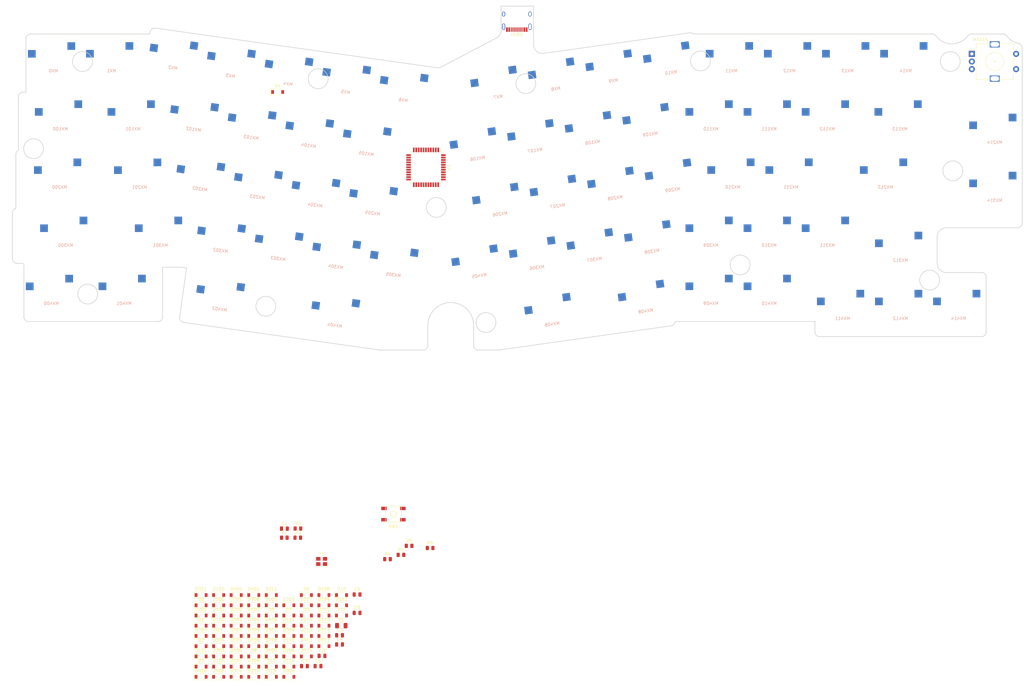
<source format=kicad_pcb>
(kicad_pcb (version 20171130) (host pcbnew "(5.1.9)-1")
  (layers (0 F.Cu signal) (31 B.Cu signal) (34 B.Paste user) (35 F.Paste user) (36 B.SilkS user) (37 F.SilkS user) (38 B.Mask user) (39 F.Mask user) (44 Edge.Cuts user))
  (net 0 "")
  (net 1 +5V)
  (net 2 GND)
  (net 3 "Net-(U1-Pad42)")
  (net 4 "Net-(U1-Pad41)")
  (net 5 "Net-(U1-Pad40)")
  (net 6 "Net-(U1-Pad39)")
  (net 7 "Net-(U1-Pad38)")
  (net 8 "Net-(U1-Pad37)")
  (net 9 "Net-(U1-Pad36)")
  (net 10 "Net-(R7-Pad2)")
  (net 11 "Net-(U1-Pad32)")
  (net 12 "Net-(U1-Pad31)")
  (net 13 "Net-(U1-Pad30)")
  (net 14 "Net-(U1-Pad29)")
  (net 15 "Net-(U1-Pad28)")
  (net 16 "Net-(U1-Pad27)")
  (net 17 "Net-(U1-Pad26)")
  (net 18 "Net-(U1-Pad25)")
  (net 19 "Net-(U1-Pad22)")
  (net 20 "Net-(U1-Pad21)")
  (net 21 "Net-(U1-Pad20)")
  (net 22 "Net-(U1-Pad19)")
  (net 23 "Net-(U1-Pad18)")
  (net 24 "Net-(C3-Pad1)")
  (net 25 "Net-(C4-Pad1)")
  (net 26 "Net-(R6-Pad2)")
  (net 27 "Net-(U1-Pad12)")
  (net 28 "Net-(U1-Pad11)")
  (net 29 "Net-(U1-Pad10)")
  (net 30 "Net-(U1-Pad9)")
  (net 31 "Net-(U1-Pad8)")
  (net 32 "Net-(C7-Pad2)")
  (net 33 "Net-(R5-Pad1)")
  (net 34 "Net-(R4-Pad1)")
  (net 35 "Net-(U1-Pad1)")
  (net 36 "Net-(D1-Pad2)")
  (net 37 ROW0)
  (net 38 "Net-(D2-Pad2)")
  (net 39 ROW1)
  (net 40 "Net-(D3-Pad2)")
  (net 41 ROW2)
  (net 42 "Net-(D4-Pad2)")
  (net 43 ROW3)
  (net 44 "Net-(D5-Pad2)")
  (net 45 ROW4)
  (net 46 "Net-(D6-Pad2)")
  (net 47 "Net-(D7-Pad2)")
  (net 48 "Net-(D8-Pad2)")
  (net 49 "Net-(D9-Pad2)")
  (net 50 "Net-(D10-Pad2)")
  (net 51 "Net-(D11-Pad2)")
  (net 52 "Net-(D12-Pad2)")
  (net 53 "Net-(D13-Pad2)")
  (net 54 "Net-(D14-Pad2)")
  (net 55 VCC)
  (net 56 COL0)
  (net 57 "Net-(C1-Pad2)")
  (net 58 D-)
  (net 59 D+)
  (net 60 COL4)
  (net 61 "Net-(USB1-Pad3)")
  (net 62 "Net-(USB1-Pad9)")
  (net 63 "Net-(R2-Pad2)")
  (net 64 "Net-(R3-Pad2)")
  (net 65 "Net-(D0-Pad2)")
  (net 66 "Net-(D100-Pad2)")
  (net 67 "Net-(D101-Pad2)")
  (net 68 "Net-(D102-Pad2)")
  (net 69 "Net-(D103-Pad2)")
  (net 70 "Net-(D104-Pad2)")
  (net 71 "Net-(D105-Pad2)")
  (net 72 "Net-(D106-Pad2)")
  (net 73 "Net-(D107-Pad2)")
  (net 74 "Net-(D108-Pad2)")
  (net 75 "Net-(D109-Pad2)")
  (net 76 "Net-(D110-Pad2)")
  (net 77 "Net-(D111-Pad2)")
  (net 78 "Net-(D112-Pad2)")
  (net 79 "Net-(D113-Pad2)")
  (net 80 "Net-(D114-Pad2)")
  (net 81 "Net-(D200-Pad2)")
  (net 82 "Net-(D201-Pad2)")
  (net 83 "Net-(D202-Pad2)")
  (net 84 "Net-(D203-Pad2)")
  (net 85 "Net-(D204-Pad2)")
  (net 86 "Net-(D205-Pad2)")
  (net 87 "Net-(D206-Pad2)")
  (net 88 "Net-(D207-Pad2)")
  (net 89 "Net-(D208-Pad2)")
  (net 90 "Net-(D209-Pad2)")
  (net 91 "Net-(D210-Pad2)")
  (net 92 "Net-(D211-Pad2)")
  (net 93 "Net-(D212-Pad2)")
  (net 94 "Net-(D214-Pad2)")
  (net 95 "Net-(D300-Pad2)")
  (net 96 "Net-(D301-Pad2)")
  (net 97 "Net-(D302-Pad2)")
  (net 98 "Net-(D303-Pad2)")
  (net 99 "Net-(D304-Pad2)")
  (net 100 "Net-(D305-Pad2)")
  (net 101 "Net-(D306-Pad2)")
  (net 102 "Net-(D307-Pad2)")
  (net 103 "Net-(D308-Pad2)")
  (net 104 "Net-(D309-Pad2)")
  (net 105 "Net-(D310-Pad2)")
  (net 106 "Net-(D311-Pad2)")
  (net 107 "Net-(D312-Pad2)")
  (net 108 "Net-(D314-Pad2)")
  (net 109 "Net-(D400-Pad2)")
  (net 110 "Net-(D401-Pad2)")
  (net 111 "Net-(D402-Pad2)")
  (net 112 "Net-(D404-Pad2)")
  (net 113 "Net-(D405-Pad2)")
  (net 114 "Net-(D406-Pad2)")
  (net 115 "Net-(D408-Pad2)")
  (net 116 "Net-(D408-Pad1)")
  (net 117 "Net-(D409-Pad2)")
  (net 118 "Net-(D410-Pad2)")
  (net 119 "Net-(D411-Pad2)")
  (net 120 "Net-(D412-Pad2)")
  (net 121 "Net-(D414-Pad2)")
  (net 122 COL1)
  (net 123 COL2)
  (net 124 COL3)
  (net 125 COL5)
  (net 126 COL6)
  (net 127 COL7)
  (net 128 COL8)
  (net 129 COL9)
  (net 130 COL10)
  (net 131 COL11)
  (net 132 COL12)
  (net 133 COL13)
  (net 134 COL14)
  (net 135 "Net-(MX408-Pad2)")
  (net 136 "Net-(U1-Pad15)")
  (module Rotary_Encoder:RotaryEncoder_Alps_EC11E-Switch_Vertical_H20mm (layer F.Cu) (at 308.58 -85.7)
    (fp_text reference MX114 (at 2.8 -4.7) (layer F.SilkS))
    (fp_text value MX-NoLED)
    (pad A thru_hole rect (at 0 0) (size 2 2) (drill 1) (layers *.Cu *.Mask))
    (pad C thru_hole circle (at 0 2.5) (size 2 2) (drill 1) (layers *.Cu *.Mask))
    (pad B thru_hole circle (at 0 5) (size 2 2) (drill 1) (layers *.Cu *.Mask))
    (pad MP thru_hole rect (at 7.5 -3.1) (size 3.2 2) (drill oval 2.8 1.5) (layers *.Cu *.Mask))
    (pad MP thru_hole rect (at 7.5 8.1) (size 3.2 2) (drill oval 2.8 1.5) (layers *.Cu *.Mask))
    (pad S2 thru_hole circle (at 14.5 0) (size 2 2) (drill 1) (layers *.Cu *.Mask))
    (pad S1 thru_hole circle (at 14.5 5) (size 2 2) (drill 1) (layers *.Cu *.Mask))
  )
  (module MX_Only:MXOnly-2.25U-Hotswap-ReversedStabilizers (layer F.Cu) (at 170.68029 -0.169851 8)
    (fp_text reference MX406)
    (fp_text value MX-NoLED)
    (fp_text user %R (at 0 3.048 8) (layer B.SilkS) (effects (justify mirror)))
    (pad "" np_thru_hole circle (at -11.938 -8.255 8) (size 3.9878 3.9878) (drill 3.9878) (layers *.Cu *.Mask))
    (pad "" np_thru_hole circle (at 11.938 -8.255 8) (size 3.9878 3.9878) (drill 3.9878) (layers *.Cu *.Mask))
    (pad "" np_thru_hole circle (at -11.938 6.985 8) (size 3.048 3.048) (drill 3.048) (layers *.Cu *.Mask))
    (pad "" np_thru_hole circle (at 11.938 6.985 8) (size 3.048 3.048) (drill 3.048) (layers *.Cu *.Mask))
    (pad 2 smd rect (at 5.842 -5.08 8) (size 2.55 2.5) (layers B.Cu B.Paste B.Mask) (net 114 "Net-(D406-Pad2)"))
    (pad 1 smd rect (at -7.085 -2.54 8) (size 2.55 2.5) (layers B.Cu B.Paste B.Mask) (net 126 COL6))
    (pad "" np_thru_hole circle (at 5.08 0 56.0996) (size 1.75 1.75) (drill 1.75) (layers *.Cu *.Mask))
    (pad "" np_thru_hole circle (at -5.08 0 56.0996) (size 1.75 1.75) (drill 1.75) (layers *.Cu *.Mask))
    (pad "" np_thru_hole circle (at -3.81 -2.54 8) (size 3 3) (drill 3) (layers *.Cu *.Mask))
    (pad "" np_thru_hole circle (at 0 0 8) (size 3.9878 3.9878) (drill 3.9878) (layers *.Cu *.Mask))
    (pad "" np_thru_hole circle (at 2.54 -5.08 8) (size 3 3) (drill 3) (layers *.Cu *.Mask))
  )
  (module MX_Only:MXOnly-1U-Hotswap (layer F.Cu) (at 304.25 -2.06)
    (fp_text reference MX414)
    (fp_text value MX-NoLED)
    (fp_text user %R (at 0 3.048) (layer B.SilkS) (effects (justify mirror)))
    (pad 2 smd rect (at 5.842 -5.08) (size 2.55 2.5) (layers B.Cu B.Paste B.Mask) (net 121 "Net-(D414-Pad2)"))
    (pad 1 smd rect (at -7.085 -2.54) (size 2.55 2.5) (layers B.Cu B.Paste B.Mask) (net 134 COL14))
    (pad "" np_thru_hole circle (at 5.08 0 48.0996) (size 1.75 1.75) (drill 1.75) (layers *.Cu *.Mask))
    (pad "" np_thru_hole circle (at -5.08 0 48.0996) (size 1.75 1.75) (drill 1.75) (layers *.Cu *.Mask))
    (pad "" np_thru_hole circle (at -3.81 -2.54) (size 3 3) (drill 3) (layers *.Cu *.Mask))
    (pad "" np_thru_hole circle (at 0 0) (size 3.9878 3.9878) (drill 3.9878) (layers *.Cu *.Mask))
    (pad "" np_thru_hole circle (at 2.54 -5.08) (size 3 3) (drill 3) (layers *.Cu *.Mask))
  )
  (module MX_Only:MXOnly-1U-Hotswap (layer F.Cu) (at 285.22 -2.05)
    (fp_text reference MX412)
    (fp_text value MX-NoLED)
    (fp_text user %R (at 0 3.048) (layer B.SilkS) (effects (justify mirror)))
    (pad 2 smd rect (at 5.842 -5.08) (size 2.55 2.5) (layers B.Cu B.Paste B.Mask) (net 120 "Net-(D412-Pad2)"))
    (pad 1 smd rect (at -7.085 -2.54) (size 2.55 2.5) (layers B.Cu B.Paste B.Mask) (net 132 COL12))
    (pad "" np_thru_hole circle (at 5.08 0 48.0996) (size 1.75 1.75) (drill 1.75) (layers *.Cu *.Mask))
    (pad "" np_thru_hole circle (at -5.08 0 48.0996) (size 1.75 1.75) (drill 1.75) (layers *.Cu *.Mask))
    (pad "" np_thru_hole circle (at -3.81 -2.54) (size 3 3) (drill 3) (layers *.Cu *.Mask))
    (pad "" np_thru_hole circle (at 0 0) (size 3.9878 3.9878) (drill 3.9878) (layers *.Cu *.Mask))
    (pad "" np_thru_hole circle (at 2.54 -5.08) (size 3 3) (drill 3) (layers *.Cu *.Mask))
  )
  (module MX_Only:MXOnly-1U-Hotswap (layer F.Cu) (at 266.19 -2.06)
    (fp_text reference MX411)
    (fp_text value MX-NoLED)
    (fp_text user %R (at 0 3.048) (layer B.SilkS) (effects (justify mirror)))
    (pad 2 smd rect (at 5.842 -5.08) (size 2.55 2.5) (layers B.Cu B.Paste B.Mask) (net 119 "Net-(D411-Pad2)"))
    (pad 1 smd rect (at -7.085 -2.54) (size 2.55 2.5) (layers B.Cu B.Paste B.Mask) (net 131 COL11))
    (pad "" np_thru_hole circle (at 5.08 0 48.0996) (size 1.75 1.75) (drill 1.75) (layers *.Cu *.Mask))
    (pad "" np_thru_hole circle (at -5.08 0 48.0996) (size 1.75 1.75) (drill 1.75) (layers *.Cu *.Mask))
    (pad "" np_thru_hole circle (at -3.81 -2.54) (size 3 3) (drill 3) (layers *.Cu *.Mask))
    (pad "" np_thru_hole circle (at 0 0) (size 3.9878 3.9878) (drill 3.9878) (layers *.Cu *.Mask))
    (pad "" np_thru_hole circle (at 2.54 -5.08) (size 3 3) (drill 3) (layers *.Cu *.Mask))
  )
  (module MX_Only:MXOnly-1U-Hotswap (layer F.Cu) (at 242.18 -7.01)
    (fp_text reference MX410)
    (fp_text value MX-NoLED)
    (fp_text user %R (at 0 3.048) (layer B.SilkS) (effects (justify mirror)))
    (pad 2 smd rect (at 5.842 -5.08) (size 2.55 2.5) (layers B.Cu B.Paste B.Mask) (net 118 "Net-(D410-Pad2)"))
    (pad 1 smd rect (at -7.085 -2.54) (size 2.55 2.5) (layers B.Cu B.Paste B.Mask) (net 130 COL10))
    (pad "" np_thru_hole circle (at 5.08 0 48.0996) (size 1.75 1.75) (drill 1.75) (layers *.Cu *.Mask))
    (pad "" np_thru_hole circle (at -5.08 0 48.0996) (size 1.75 1.75) (drill 1.75) (layers *.Cu *.Mask))
    (pad "" np_thru_hole circle (at -3.81 -2.54) (size 3 3) (drill 3) (layers *.Cu *.Mask))
    (pad "" np_thru_hole circle (at 0 0) (size 3.9878 3.9878) (drill 3.9878) (layers *.Cu *.Mask))
    (pad "" np_thru_hole circle (at 2.54 -5.08) (size 3 3) (drill 3) (layers *.Cu *.Mask))
  )
  (module MX_Only:MXOnly-1U-Hotswap (layer F.Cu) (at 223.11 -7.01)
    (fp_text reference MX409)
    (fp_text value MX-NoLED)
    (fp_text user %R (at 0 3.048) (layer B.SilkS) (effects (justify mirror)))
    (pad 2 smd rect (at 5.842 -5.08) (size 2.55 2.5) (layers B.Cu B.Paste B.Mask) (net 117 "Net-(D409-Pad2)"))
    (pad 1 smd rect (at -7.085 -2.54) (size 2.55 2.5) (layers B.Cu B.Paste B.Mask) (net 129 COL9))
    (pad "" np_thru_hole circle (at 5.08 0 48.0996) (size 1.75 1.75) (drill 1.75) (layers *.Cu *.Mask))
    (pad "" np_thru_hole circle (at -5.08 0 48.0996) (size 1.75 1.75) (drill 1.75) (layers *.Cu *.Mask))
    (pad "" np_thru_hole circle (at -3.81 -2.54) (size 3 3) (drill 3) (layers *.Cu *.Mask))
    (pad "" np_thru_hole circle (at 0 0) (size 3.9878 3.9878) (drill 3.9878) (layers *.Cu *.Mask))
    (pad "" np_thru_hole circle (at 2.54 -5.08) (size 3 3) (drill 3) (layers *.Cu *.Mask))
  )
  (module MX_Only:MXOnly-1U-Hotswap (layer F.Cu) (at 201.335276 -4.478128 8)
    (fp_text reference MX408)
    (fp_text value MX-NoLED)
    (fp_text user %R (at 0 3.048 8) (layer B.SilkS) (effects (justify mirror)))
    (pad 2 smd rect (at 5.842 -5.08 8) (size 2.55 2.5) (layers B.Cu B.Paste B.Mask) (net 135 "Net-(MX408-Pad2)"))
    (pad 1 smd rect (at -7.085 -2.54 8) (size 2.55 2.5) (layers B.Cu B.Paste B.Mask) (net 128 COL8))
    (pad "" np_thru_hole circle (at 5.08 0 56.0996) (size 1.75 1.75) (drill 1.75) (layers *.Cu *.Mask))
    (pad "" np_thru_hole circle (at -5.08 0 56.0996) (size 1.75 1.75) (drill 1.75) (layers *.Cu *.Mask))
    (pad "" np_thru_hole circle (at -3.81 -2.54 8) (size 3 3) (drill 3) (layers *.Cu *.Mask))
    (pad "" np_thru_hole circle (at 0 0 8) (size 3.9878 3.9878) (drill 3.9878) (layers *.Cu *.Mask))
    (pad "" np_thru_hole circle (at 2.54 -5.08 8) (size 3 3) (drill 3) (layers *.Cu *.Mask))
  )
  (module MX_Only:MXOnly-1U-Hotswap (layer F.Cu) (at 146.80636 -16.051804 8)
    (fp_text reference MX405)
    (fp_text value MX-NoLED)
    (fp_text user %R (at 0 3.048 8) (layer B.SilkS) (effects (justify mirror)))
    (pad 2 smd rect (at 5.842 -5.08 8) (size 2.55 2.5) (layers B.Cu B.Paste B.Mask) (net 113 "Net-(D405-Pad2)"))
    (pad 1 smd rect (at -7.085 -2.54 8) (size 2.55 2.5) (layers B.Cu B.Paste B.Mask) (net 125 COL5))
    (pad "" np_thru_hole circle (at 5.08 0 56.0996) (size 1.75 1.75) (drill 1.75) (layers *.Cu *.Mask))
    (pad "" np_thru_hole circle (at -5.08 0 56.0996) (size 1.75 1.75) (drill 1.75) (layers *.Cu *.Mask))
    (pad "" np_thru_hole circle (at -3.81 -2.54 8) (size 3 3) (drill 3) (layers *.Cu *.Mask))
    (pad "" np_thru_hole circle (at 0 0 8) (size 3.9878 3.9878) (drill 3.9878) (layers *.Cu *.Mask))
    (pad "" np_thru_hole circle (at 2.54 -5.08 8) (size 3 3) (drill 3) (layers *.Cu *.Mask))
  )
  (module MX_Only:MXOnly-1.25U-Hotswap (layer F.Cu) (at 62.556648 -5.059534 352)
    (fp_text reference MX402)
    (fp_text value MX-NoLED)
    (fp_text user %R (at 0 3.048 172) (layer B.SilkS) (effects (justify mirror)))
    (pad 2 smd rect (at 5.842 -5.08 352) (size 2.55 2.5) (layers B.Cu B.Paste B.Mask) (net 111 "Net-(D402-Pad2)"))
    (pad 1 smd rect (at -7.085 -2.54 352) (size 2.55 2.5) (layers B.Cu B.Paste B.Mask) (net 123 COL2))
    (pad "" np_thru_hole circle (at 5.08 0 40.0996) (size 1.75 1.75) (drill 1.75) (layers *.Cu *.Mask))
    (pad "" np_thru_hole circle (at -5.08 0 40.0996) (size 1.75 1.75) (drill 1.75) (layers *.Cu *.Mask))
    (pad "" np_thru_hole circle (at -3.81 -2.54 352) (size 3 3) (drill 3) (layers *.Cu *.Mask))
    (pad "" np_thru_hole circle (at 0 0 352) (size 3.9878 3.9878) (drill 3.9878) (layers *.Cu *.Mask))
    (pad "" np_thru_hole circle (at 2.54 -5.08 352) (size 3 3) (drill 3) (layers *.Cu *.Mask))
  )
  (module MX_Only:MXOnly-1.25U-Hotswap (layer F.Cu) (at 30.82 -7)
    (fp_text reference MX401)
    (fp_text value MX-NoLED)
    (fp_text user %R (at 0 3.048) (layer B.SilkS) (effects (justify mirror)))
    (pad 2 smd rect (at 5.842 -5.08) (size 2.55 2.5) (layers B.Cu B.Paste B.Mask) (net 110 "Net-(D401-Pad2)"))
    (pad 1 smd rect (at -7.085 -2.54) (size 2.55 2.5) (layers B.Cu B.Paste B.Mask) (net 122 COL1))
    (pad "" np_thru_hole circle (at 5.08 0 48.0996) (size 1.75 1.75) (drill 1.75) (layers *.Cu *.Mask))
    (pad "" np_thru_hole circle (at -5.08 0 48.0996) (size 1.75 1.75) (drill 1.75) (layers *.Cu *.Mask))
    (pad "" np_thru_hole circle (at -3.81 -2.54) (size 3 3) (drill 3) (layers *.Cu *.Mask))
    (pad "" np_thru_hole circle (at 0 0) (size 3.9878 3.9878) (drill 3.9878) (layers *.Cu *.Mask))
    (pad "" np_thru_hole circle (at 2.54 -5.08) (size 3 3) (drill 3) (layers *.Cu *.Mask))
  )
  (module MX_Only:MXOnly-1.25U-Hotswap (layer F.Cu) (at 6.98 -6.98)
    (fp_text reference MX400)
    (fp_text value MX-NoLED)
    (fp_text user %R (at 0 3.048) (layer B.SilkS) (effects (justify mirror)))
    (pad 2 smd rect (at 5.842 -5.08) (size 2.55 2.5) (layers B.Cu B.Paste B.Mask) (net 109 "Net-(D400-Pad2)"))
    (pad 1 smd rect (at -7.085 -2.54) (size 2.55 2.5) (layers B.Cu B.Paste B.Mask) (net 56 COL0))
    (pad "" np_thru_hole circle (at 5.08 0 48.0996) (size 1.75 1.75) (drill 1.75) (layers *.Cu *.Mask))
    (pad "" np_thru_hole circle (at -5.08 0 48.0996) (size 1.75 1.75) (drill 1.75) (layers *.Cu *.Mask))
    (pad "" np_thru_hole circle (at -3.81 -2.54) (size 3 3) (drill 3) (layers *.Cu *.Mask))
    (pad "" np_thru_hole circle (at 0 0) (size 3.9878 3.9878) (drill 3.9878) (layers *.Cu *.Mask))
    (pad "" np_thru_hole circle (at 2.54 -5.08) (size 3 3) (drill 3) (layers *.Cu *.Mask))
  )
  (module MX_Only:MXOnly-1U-Hotswap (layer F.Cu) (at 316.08 -40.74)
    (fp_text reference MX314)
    (fp_text value MX-NoLED)
    (fp_text user %R (at 0 3.048) (layer B.SilkS) (effects (justify mirror)))
    (pad 2 smd rect (at 5.842 -5.08) (size 2.55 2.5) (layers B.Cu B.Paste B.Mask) (net 108 "Net-(D314-Pad2)"))
    (pad 1 smd rect (at -7.085 -2.54) (size 2.55 2.5) (layers B.Cu B.Paste B.Mask) (net 134 COL14))
    (pad "" np_thru_hole circle (at 5.08 0 48.0996) (size 1.75 1.75) (drill 1.75) (layers *.Cu *.Mask))
    (pad "" np_thru_hole circle (at -5.08 0 48.0996) (size 1.75 1.75) (drill 1.75) (layers *.Cu *.Mask))
    (pad "" np_thru_hole circle (at -3.81 -2.54) (size 3 3) (drill 3) (layers *.Cu *.Mask))
    (pad "" np_thru_hole circle (at 0 0) (size 3.9878 3.9878) (drill 3.9878) (layers *.Cu *.Mask))
    (pad "" np_thru_hole circle (at 2.54 -5.08) (size 3 3) (drill 3) (layers *.Cu *.Mask))
  )
  (module MX_Only:MXOnly-1U-Hotswap (layer F.Cu) (at 285.22 -21.1)
    (fp_text reference MX312)
    (fp_text value MX-NoLED)
    (fp_text user %R (at 0 3.048) (layer B.SilkS) (effects (justify mirror)))
    (pad 2 smd rect (at 5.842 -5.08) (size 2.55 2.5) (layers B.Cu B.Paste B.Mask) (net 107 "Net-(D312-Pad2)"))
    (pad 1 smd rect (at -7.085 -2.54) (size 2.55 2.5) (layers B.Cu B.Paste B.Mask) (net 132 COL12))
    (pad "" np_thru_hole circle (at 5.08 0 48.0996) (size 1.75 1.75) (drill 1.75) (layers *.Cu *.Mask))
    (pad "" np_thru_hole circle (at -5.08 0 48.0996) (size 1.75 1.75) (drill 1.75) (layers *.Cu *.Mask))
    (pad "" np_thru_hole circle (at -3.81 -2.54) (size 3 3) (drill 3) (layers *.Cu *.Mask))
    (pad "" np_thru_hole circle (at 0 0) (size 3.9878 3.9878) (drill 3.9878) (layers *.Cu *.Mask))
    (pad "" np_thru_hole circle (at 2.54 -5.08) (size 3 3) (drill 3) (layers *.Cu *.Mask))
  )
  (module MX_Only:MXOnly-1U-Hotswap (layer F.Cu) (at 261.22 -26.0475)
    (fp_text reference MX311)
    (fp_text value MX-NoLED)
    (fp_text user %R (at 0 3.048) (layer B.SilkS) (effects (justify mirror)))
    (pad 2 smd rect (at 5.842 -5.08) (size 2.55 2.5) (layers B.Cu B.Paste B.Mask) (net 106 "Net-(D311-Pad2)"))
    (pad 1 smd rect (at -7.085 -2.54) (size 2.55 2.5) (layers B.Cu B.Paste B.Mask) (net 131 COL11))
    (pad "" np_thru_hole circle (at 5.08 0 48.0996) (size 1.75 1.75) (drill 1.75) (layers *.Cu *.Mask))
    (pad "" np_thru_hole circle (at -5.08 0 48.0996) (size 1.75 1.75) (drill 1.75) (layers *.Cu *.Mask))
    (pad "" np_thru_hole circle (at -3.81 -2.54) (size 3 3) (drill 3) (layers *.Cu *.Mask))
    (pad "" np_thru_hole circle (at 0 0) (size 3.9878 3.9878) (drill 3.9878) (layers *.Cu *.Mask))
    (pad "" np_thru_hole circle (at 2.54 -5.08) (size 3 3) (drill 3) (layers *.Cu *.Mask))
  )
  (module MX_Only:MXOnly-1U-Hotswap (layer F.Cu) (at 242.17 -26.0475)
    (fp_text reference MX310)
    (fp_text value MX-NoLED)
    (fp_text user %R (at 0 3.048) (layer B.SilkS) (effects (justify mirror)))
    (pad 2 smd rect (at 5.842 -5.08) (size 2.55 2.5) (layers B.Cu B.Paste B.Mask) (net 105 "Net-(D310-Pad2)"))
    (pad 1 smd rect (at -7.085 -2.54) (size 2.55 2.5) (layers B.Cu B.Paste B.Mask) (net 130 COL10))
    (pad "" np_thru_hole circle (at 5.08 0 48.0996) (size 1.75 1.75) (drill 1.75) (layers *.Cu *.Mask))
    (pad "" np_thru_hole circle (at -5.08 0 48.0996) (size 1.75 1.75) (drill 1.75) (layers *.Cu *.Mask))
    (pad "" np_thru_hole circle (at -3.81 -2.54) (size 3 3) (drill 3) (layers *.Cu *.Mask))
    (pad "" np_thru_hole circle (at 0 0) (size 3.9878 3.9878) (drill 3.9878) (layers *.Cu *.Mask))
    (pad "" np_thru_hole circle (at 2.54 -5.08) (size 3 3) (drill 3) (layers *.Cu *.Mask))
  )
  (module MX_Only:MXOnly-1U-Hotswap (layer F.Cu) (at 223.12 -26.0475)
    (fp_text reference MX309)
    (fp_text value MX-NoLED)
    (fp_text user %R (at 0 3.048) (layer B.SilkS) (effects (justify mirror)))
    (pad 2 smd rect (at 5.842 -5.08) (size 2.55 2.5) (layers B.Cu B.Paste B.Mask) (net 104 "Net-(D309-Pad2)"))
    (pad 1 smd rect (at -7.085 -2.54) (size 2.55 2.5) (layers B.Cu B.Paste B.Mask) (net 129 COL9))
    (pad "" np_thru_hole circle (at 5.08 0 48.0996) (size 1.75 1.75) (drill 1.75) (layers *.Cu *.Mask))
    (pad "" np_thru_hole circle (at -5.08 0 48.0996) (size 1.75 1.75) (drill 1.75) (layers *.Cu *.Mask))
    (pad "" np_thru_hole circle (at -3.81 -2.54) (size 3 3) (drill 3) (layers *.Cu *.Mask))
    (pad "" np_thru_hole circle (at 0 0) (size 3.9878 3.9878) (drill 3.9878) (layers *.Cu *.Mask))
    (pad "" np_thru_hole circle (at 2.54 -5.08) (size 3 3) (drill 3) (layers *.Cu *.Mask))
  )
  (module MX_Only:MXOnly-1U-Hotswap (layer F.Cu) (at 203.40018 -24.005547 8)
    (fp_text reference MX308)
    (fp_text value MX-NoLED)
    (fp_text user %R (at 0 3.048 8) (layer B.SilkS) (effects (justify mirror)))
    (pad 2 smd rect (at 5.842 -5.08 8) (size 2.55 2.5) (layers B.Cu B.Paste B.Mask) (net 103 "Net-(D308-Pad2)"))
    (pad 1 smd rect (at -7.085 -2.54 8) (size 2.55 2.5) (layers B.Cu B.Paste B.Mask) (net 128 COL8))
    (pad "" np_thru_hole circle (at 5.08 0 56.0996) (size 1.75 1.75) (drill 1.75) (layers *.Cu *.Mask))
    (pad "" np_thru_hole circle (at -5.08 0 56.0996) (size 1.75 1.75) (drill 1.75) (layers *.Cu *.Mask))
    (pad "" np_thru_hole circle (at -3.81 -2.54 8) (size 3 3) (drill 3) (layers *.Cu *.Mask))
    (pad "" np_thru_hole circle (at 0 0 8) (size 3.9878 3.9878) (drill 3.9878) (layers *.Cu *.Mask))
    (pad "" np_thru_hole circle (at 2.54 -5.08 8) (size 3 3) (drill 3) (layers *.Cu *.Mask))
  )
  (module MX_Only:MXOnly-1U-Hotswap (layer F.Cu) (at 184.535573 -21.354299 8)
    (fp_text reference MX307)
    (fp_text value MX-NoLED)
    (fp_text user %R (at 0 3.048 8) (layer B.SilkS) (effects (justify mirror)))
    (pad 2 smd rect (at 5.842 -5.08 8) (size 2.55 2.5) (layers B.Cu B.Paste B.Mask) (net 102 "Net-(D307-Pad2)"))
    (pad 1 smd rect (at -7.085 -2.54 8) (size 2.55 2.5) (layers B.Cu B.Paste B.Mask) (net 127 COL7))
    (pad "" np_thru_hole circle (at 5.08 0 56.0996) (size 1.75 1.75) (drill 1.75) (layers *.Cu *.Mask))
    (pad "" np_thru_hole circle (at -5.08 0 56.0996) (size 1.75 1.75) (drill 1.75) (layers *.Cu *.Mask))
    (pad "" np_thru_hole circle (at -3.81 -2.54 8) (size 3 3) (drill 3) (layers *.Cu *.Mask))
    (pad "" np_thru_hole circle (at 0 0 8) (size 3.9878 3.9878) (drill 3.9878) (layers *.Cu *.Mask))
    (pad "" np_thru_hole circle (at 2.54 -5.08 8) (size 3 3) (drill 3) (layers *.Cu *.Mask))
  )
  (module MX_Only:MXOnly-1U-Hotswap (layer F.Cu) (at 165.670967 -18.703052 8)
    (fp_text reference MX306)
    (fp_text value MX-NoLED)
    (fp_text user %R (at 0 3.048 8) (layer B.SilkS) (effects (justify mirror)))
    (pad 2 smd rect (at 5.842 -5.08 8) (size 2.55 2.5) (layers B.Cu B.Paste B.Mask) (net 101 "Net-(D306-Pad2)"))
    (pad 1 smd rect (at -7.085 -2.54 8) (size 2.55 2.5) (layers B.Cu B.Paste B.Mask) (net 126 COL6))
    (pad "" np_thru_hole circle (at 5.08 0 56.0996) (size 1.75 1.75) (drill 1.75) (layers *.Cu *.Mask))
    (pad "" np_thru_hole circle (at -5.08 0 56.0996) (size 1.75 1.75) (drill 1.75) (layers *.Cu *.Mask))
    (pad "" np_thru_hole circle (at -3.81 -2.54 8) (size 3 3) (drill 3) (layers *.Cu *.Mask))
    (pad "" np_thru_hole circle (at 0 0 8) (size 3.9878 3.9878) (drill 3.9878) (layers *.Cu *.Mask))
    (pad "" np_thru_hole circle (at 2.54 -5.08 8) (size 3 3) (drill 3) (layers *.Cu *.Mask))
  )
  (module MX_Only:MXOnly-1U-Hotswap (layer F.Cu) (at 119.44364 -16.301804 352)
    (fp_text reference MX305)
    (fp_text value MX-NoLED)
    (fp_text user %R (at 0 3.048 172) (layer B.SilkS) (effects (justify mirror)))
    (pad 2 smd rect (at 5.842 -5.08 352) (size 2.55 2.5) (layers B.Cu B.Paste B.Mask) (net 100 "Net-(D305-Pad2)"))
    (pad 1 smd rect (at -7.085 -2.54 352) (size 2.55 2.5) (layers B.Cu B.Paste B.Mask) (net 125 COL5))
    (pad "" np_thru_hole circle (at 5.08 0 40.0996) (size 1.75 1.75) (drill 1.75) (layers *.Cu *.Mask))
    (pad "" np_thru_hole circle (at -5.08 0 40.0996) (size 1.75 1.75) (drill 1.75) (layers *.Cu *.Mask))
    (pad "" np_thru_hole circle (at -3.81 -2.54 352) (size 3 3) (drill 3) (layers *.Cu *.Mask))
    (pad "" np_thru_hole circle (at 0 0 352) (size 3.9878 3.9878) (drill 3.9878) (layers *.Cu *.Mask))
    (pad "" np_thru_hole circle (at 2.54 -5.08 352) (size 3 3) (drill 3) (layers *.Cu *.Mask))
  )
  (module MX_Only:MXOnly-1U-Hotswap (layer F.Cu) (at 100.579033 -18.953052 352)
    (fp_text reference MX304)
    (fp_text value MX-NoLED)
    (fp_text user %R (at 0 3.048 172) (layer B.SilkS) (effects (justify mirror)))
    (pad 2 smd rect (at 5.842 -5.08 352) (size 2.55 2.5) (layers B.Cu B.Paste B.Mask) (net 99 "Net-(D304-Pad2)"))
    (pad 1 smd rect (at -7.085 -2.54 352) (size 2.55 2.5) (layers B.Cu B.Paste B.Mask) (net 60 COL4))
    (pad "" np_thru_hole circle (at 5.08 0 40.0996) (size 1.75 1.75) (drill 1.75) (layers *.Cu *.Mask))
    (pad "" np_thru_hole circle (at -5.08 0 40.0996) (size 1.75 1.75) (drill 1.75) (layers *.Cu *.Mask))
    (pad "" np_thru_hole circle (at -3.81 -2.54 352) (size 3 3) (drill 3) (layers *.Cu *.Mask))
    (pad "" np_thru_hole circle (at 0 0 352) (size 3.9878 3.9878) (drill 3.9878) (layers *.Cu *.Mask))
    (pad "" np_thru_hole circle (at 2.54 -5.08 352) (size 3 3) (drill 3) (layers *.Cu *.Mask))
  )
  (module MX_Only:MXOnly-1U-Hotswap (layer F.Cu) (at 81.714427 -21.604299 352)
    (fp_text reference MX303)
    (fp_text value MX-NoLED)
    (fp_text user %R (at 0 3.048 172) (layer B.SilkS) (effects (justify mirror)))
    (pad 2 smd rect (at 5.842 -5.08 352) (size 2.55 2.5) (layers B.Cu B.Paste B.Mask) (net 98 "Net-(D303-Pad2)"))
    (pad 1 smd rect (at -7.085 -2.54 352) (size 2.55 2.5) (layers B.Cu B.Paste B.Mask) (net 124 COL3))
    (pad "" np_thru_hole circle (at 5.08 0 40.0996) (size 1.75 1.75) (drill 1.75) (layers *.Cu *.Mask))
    (pad "" np_thru_hole circle (at -5.08 0 40.0996) (size 1.75 1.75) (drill 1.75) (layers *.Cu *.Mask))
    (pad "" np_thru_hole circle (at -3.81 -2.54 352) (size 3 3) (drill 3) (layers *.Cu *.Mask))
    (pad "" np_thru_hole circle (at 0 0 352) (size 3.9878 3.9878) (drill 3.9878) (layers *.Cu *.Mask))
    (pad "" np_thru_hole circle (at 2.54 -5.08 352) (size 3 3) (drill 3) (layers *.Cu *.Mask))
  )
  (module MX_Only:MXOnly-1U-Hotswap (layer F.Cu) (at 62.84982 -24.255547 352)
    (fp_text reference MX302)
    (fp_text value MX-NoLED)
    (fp_text user %R (at 0 3.048 172) (layer B.SilkS) (effects (justify mirror)))
    (pad 2 smd rect (at 5.842 -5.08 352) (size 2.55 2.5) (layers B.Cu B.Paste B.Mask) (net 97 "Net-(D302-Pad2)"))
    (pad 1 smd rect (at -7.085 -2.54 352) (size 2.55 2.5) (layers B.Cu B.Paste B.Mask) (net 123 COL2))
    (pad "" np_thru_hole circle (at 5.08 0 40.0996) (size 1.75 1.75) (drill 1.75) (layers *.Cu *.Mask))
    (pad "" np_thru_hole circle (at -5.08 0 40.0996) (size 1.75 1.75) (drill 1.75) (layers *.Cu *.Mask))
    (pad "" np_thru_hole circle (at -3.81 -2.54 352) (size 3 3) (drill 3) (layers *.Cu *.Mask))
    (pad "" np_thru_hole circle (at 0 0 352) (size 3.9878 3.9878) (drill 3.9878) (layers *.Cu *.Mask))
    (pad "" np_thru_hole circle (at 2.54 -5.08 352) (size 3 3) (drill 3) (layers *.Cu *.Mask))
  )
  (module MX_Only:MXOnly-1U-Hotswap (layer F.Cu) (at 42.72 -26.04)
    (fp_text reference MX301)
    (fp_text value MX-NoLED)
    (fp_text user %R (at 0 3.048) (layer B.SilkS) (effects (justify mirror)))
    (pad 2 smd rect (at 5.842 -5.08) (size 2.55 2.5) (layers B.Cu B.Paste B.Mask) (net 96 "Net-(D301-Pad2)"))
    (pad 1 smd rect (at -7.085 -2.54) (size 2.55 2.5) (layers B.Cu B.Paste B.Mask) (net 122 COL1))
    (pad "" np_thru_hole circle (at 5.08 0 48.0996) (size 1.75 1.75) (drill 1.75) (layers *.Cu *.Mask))
    (pad "" np_thru_hole circle (at -5.08 0 48.0996) (size 1.75 1.75) (drill 1.75) (layers *.Cu *.Mask))
    (pad "" np_thru_hole circle (at -3.81 -2.54) (size 3 3) (drill 3) (layers *.Cu *.Mask))
    (pad "" np_thru_hole circle (at 0 0) (size 3.9878 3.9878) (drill 3.9878) (layers *.Cu *.Mask))
    (pad "" np_thru_hole circle (at 2.54 -5.08) (size 3 3) (drill 3) (layers *.Cu *.Mask))
  )
  (module MX_Only:MXOnly-2.25U-Hotswap (layer F.Cu) (at 11.67 -26.03)
    (fp_text reference MX300)
    (fp_text value MX-NoLED)
    (fp_text user %R (at 0 3.048) (layer B.SilkS) (effects (justify mirror)))
    (pad "" np_thru_hole circle (at -11.938 8.255) (size 3.9878 3.9878) (drill 3.9878) (layers *.Cu *.Mask))
    (pad "" np_thru_hole circle (at 11.938 8.255) (size 3.9878 3.9878) (drill 3.9878) (layers *.Cu *.Mask))
    (pad "" np_thru_hole circle (at -11.938 -6.985) (size 3.048 3.048) (drill 3.048) (layers *.Cu *.Mask))
    (pad "" np_thru_hole circle (at 11.938 -6.985) (size 3.048 3.048) (drill 3.048) (layers *.Cu *.Mask))
    (pad 2 smd rect (at 5.842 -5.08) (size 2.55 2.5) (layers B.Cu B.Paste B.Mask) (net 95 "Net-(D300-Pad2)"))
    (pad 1 smd rect (at -7.085 -2.54) (size 2.55 2.5) (layers B.Cu B.Paste B.Mask) (net 56 COL0))
    (pad "" np_thru_hole circle (at 5.08 0 48.0996) (size 1.75 1.75) (drill 1.75) (layers *.Cu *.Mask))
    (pad "" np_thru_hole circle (at -5.08 0 48.0996) (size 1.75 1.75) (drill 1.75) (layers *.Cu *.Mask))
    (pad "" np_thru_hole circle (at -3.81 -2.54) (size 3 3) (drill 3) (layers *.Cu *.Mask))
    (pad "" np_thru_hole circle (at 0 0) (size 3.9878 3.9878) (drill 3.9878) (layers *.Cu *.Mask))
    (pad "" np_thru_hole circle (at 2.54 -5.08) (size 3 3) (drill 3) (layers *.Cu *.Mask))
  )
  (module MX_Only:MXOnly-1U-Hotswap (layer F.Cu) (at 316.08 -59.76)
    (fp_text reference MX214)
    (fp_text value MX-NoLED)
    (fp_text user %R (at 0 3.048) (layer B.SilkS) (effects (justify mirror)))
    (pad 2 smd rect (at 5.842 -5.08) (size 2.55 2.5) (layers B.Cu B.Paste B.Mask) (net 94 "Net-(D214-Pad2)"))
    (pad 1 smd rect (at -7.085 -2.54) (size 2.55 2.5) (layers B.Cu B.Paste B.Mask) (net 134 COL14))
    (pad "" np_thru_hole circle (at 5.08 0 48.0996) (size 1.75 1.75) (drill 1.75) (layers *.Cu *.Mask))
    (pad "" np_thru_hole circle (at -5.08 0 48.0996) (size 1.75 1.75) (drill 1.75) (layers *.Cu *.Mask))
    (pad "" np_thru_hole circle (at -3.81 -2.54) (size 3 3) (drill 3) (layers *.Cu *.Mask))
    (pad "" np_thru_hole circle (at 0 0) (size 3.9878 3.9878) (drill 3.9878) (layers *.Cu *.Mask))
    (pad "" np_thru_hole circle (at 2.54 -5.08) (size 3 3) (drill 3) (layers *.Cu *.Mask))
  )
  (module MX_Only:MXOnly-2.25U-Hotswap (layer F.Cu) (at 280.27 -45.0975)
    (fp_text reference MX212)
    (fp_text value MX-NoLED)
    (fp_text user %R (at 0 3.048) (layer B.SilkS) (effects (justify mirror)))
    (pad "" np_thru_hole circle (at -11.938 8.255) (size 3.9878 3.9878) (drill 3.9878) (layers *.Cu *.Mask))
    (pad "" np_thru_hole circle (at 11.938 8.255) (size 3.9878 3.9878) (drill 3.9878) (layers *.Cu *.Mask))
    (pad "" np_thru_hole circle (at -11.938 -6.985) (size 3.048 3.048) (drill 3.048) (layers *.Cu *.Mask))
    (pad "" np_thru_hole circle (at 11.938 -6.985) (size 3.048 3.048) (drill 3.048) (layers *.Cu *.Mask))
    (pad 2 smd rect (at 5.842 -5.08) (size 2.55 2.5) (layers B.Cu B.Paste B.Mask) (net 93 "Net-(D212-Pad2)"))
    (pad 1 smd rect (at -7.085 -2.54) (size 2.55 2.5) (layers B.Cu B.Paste B.Mask) (net 132 COL12))
    (pad "" np_thru_hole circle (at 5.08 0 48.0996) (size 1.75 1.75) (drill 1.75) (layers *.Cu *.Mask))
    (pad "" np_thru_hole circle (at -5.08 0 48.0996) (size 1.75 1.75) (drill 1.75) (layers *.Cu *.Mask))
    (pad "" np_thru_hole circle (at -3.81 -2.54) (size 3 3) (drill 3) (layers *.Cu *.Mask))
    (pad "" np_thru_hole circle (at 0 0) (size 3.9878 3.9878) (drill 3.9878) (layers *.Cu *.Mask))
    (pad "" np_thru_hole circle (at 2.54 -5.08) (size 3 3) (drill 3) (layers *.Cu *.Mask))
  )
  (module MX_Only:MXOnly-1U-Hotswap (layer F.Cu) (at 249.31375 -45.0975)
    (fp_text reference MX211)
    (fp_text value MX-NoLED)
    (fp_text user %R (at 0 3.048) (layer B.SilkS) (effects (justify mirror)))
    (pad 2 smd rect (at 5.842 -5.08) (size 2.55 2.5) (layers B.Cu B.Paste B.Mask) (net 92 "Net-(D211-Pad2)"))
    (pad 1 smd rect (at -7.085 -2.54) (size 2.55 2.5) (layers B.Cu B.Paste B.Mask) (net 131 COL11))
    (pad "" np_thru_hole circle (at 5.08 0 48.0996) (size 1.75 1.75) (drill 1.75) (layers *.Cu *.Mask))
    (pad "" np_thru_hole circle (at -5.08 0 48.0996) (size 1.75 1.75) (drill 1.75) (layers *.Cu *.Mask))
    (pad "" np_thru_hole circle (at -3.81 -2.54) (size 3 3) (drill 3) (layers *.Cu *.Mask))
    (pad "" np_thru_hole circle (at 0 0) (size 3.9878 3.9878) (drill 3.9878) (layers *.Cu *.Mask))
    (pad "" np_thru_hole circle (at 2.54 -5.08) (size 3 3) (drill 3) (layers *.Cu *.Mask))
  )
  (module MX_Only:MXOnly-1U-Hotswap (layer F.Cu) (at 230.26375 -45.0975)
    (fp_text reference MX210)
    (fp_text value MX-NoLED)
    (fp_text user %R (at 0 3.048) (layer B.SilkS) (effects (justify mirror)))
    (pad 2 smd rect (at 5.842 -5.08) (size 2.55 2.5) (layers B.Cu B.Paste B.Mask) (net 91 "Net-(D210-Pad2)"))
    (pad 1 smd rect (at -7.085 -2.54) (size 2.55 2.5) (layers B.Cu B.Paste B.Mask) (net 130 COL10))
    (pad "" np_thru_hole circle (at 5.08 0 48.0996) (size 1.75 1.75) (drill 1.75) (layers *.Cu *.Mask))
    (pad "" np_thru_hole circle (at -5.08 0 48.0996) (size 1.75 1.75) (drill 1.75) (layers *.Cu *.Mask))
    (pad "" np_thru_hole circle (at -3.81 -2.54) (size 3 3) (drill 3) (layers *.Cu *.Mask))
    (pad "" np_thru_hole circle (at 0 0) (size 3.9878 3.9878) (drill 3.9878) (layers *.Cu *.Mask))
    (pad "" np_thru_hole circle (at 2.54 -5.08) (size 3 3) (drill 3) (layers *.Cu *.Mask))
  )
  (module MX_Only:MXOnly-1U-Hotswap (layer F.Cu) (at 210.181236 -44.195777 8)
    (fp_text reference MX209)
    (fp_text value MX-NoLED)
    (fp_text user %R (at 0 3.048 8) (layer B.SilkS) (effects (justify mirror)))
    (pad 2 smd rect (at 5.842 -5.08 8) (size 2.55 2.5) (layers B.Cu B.Paste B.Mask) (net 90 "Net-(D209-Pad2)"))
    (pad 1 smd rect (at -7.085 -2.54 8) (size 2.55 2.5) (layers B.Cu B.Paste B.Mask) (net 129 COL9))
    (pad "" np_thru_hole circle (at 5.08 0 56.0996) (size 1.75 1.75) (drill 1.75) (layers *.Cu *.Mask))
    (pad "" np_thru_hole circle (at -5.08 0 56.0996) (size 1.75 1.75) (drill 1.75) (layers *.Cu *.Mask))
    (pad "" np_thru_hole circle (at -3.81 -2.54 8) (size 3 3) (drill 3) (layers *.Cu *.Mask))
    (pad "" np_thru_hole circle (at 0 0 8) (size 3.9878 3.9878) (drill 3.9878) (layers *.Cu *.Mask))
    (pad "" np_thru_hole circle (at 2.54 -5.08 8) (size 3 3) (drill 3) (layers *.Cu *.Mask))
  )
  (module MX_Only:MXOnly-1U-Hotswap (layer F.Cu) (at 191.316629 -41.54453 8)
    (fp_text reference MX208)
    (fp_text value MX-NoLED)
    (fp_text user %R (at 0 3.048 8) (layer B.SilkS) (effects (justify mirror)))
    (pad 2 smd rect (at 5.842 -5.08 8) (size 2.55 2.5) (layers B.Cu B.Paste B.Mask) (net 89 "Net-(D208-Pad2)"))
    (pad 1 smd rect (at -7.085 -2.54 8) (size 2.55 2.5) (layers B.Cu B.Paste B.Mask) (net 128 COL8))
    (pad "" np_thru_hole circle (at 5.08 0 56.0996) (size 1.75 1.75) (drill 1.75) (layers *.Cu *.Mask))
    (pad "" np_thru_hole circle (at -5.08 0 56.0996) (size 1.75 1.75) (drill 1.75) (layers *.Cu *.Mask))
    (pad "" np_thru_hole circle (at -3.81 -2.54 8) (size 3 3) (drill 3) (layers *.Cu *.Mask))
    (pad "" np_thru_hole circle (at 0 0 8) (size 3.9878 3.9878) (drill 3.9878) (layers *.Cu *.Mask))
    (pad "" np_thru_hole circle (at 2.54 -5.08 8) (size 3 3) (drill 3) (layers *.Cu *.Mask))
  )
  (module MX_Only:MXOnly-1U-Hotswap (layer F.Cu) (at 172.452022 -38.893282 8)
    (fp_text reference MX207)
    (fp_text value MX-NoLED)
    (fp_text user %R (at 0 3.048 8) (layer B.SilkS) (effects (justify mirror)))
    (pad 2 smd rect (at 5.842 -5.08 8) (size 2.55 2.5) (layers B.Cu B.Paste B.Mask) (net 88 "Net-(D207-Pad2)"))
    (pad 1 smd rect (at -7.085 -2.54 8) (size 2.55 2.5) (layers B.Cu B.Paste B.Mask) (net 127 COL7))
    (pad "" np_thru_hole circle (at 5.08 0 56.0996) (size 1.75 1.75) (drill 1.75) (layers *.Cu *.Mask))
    (pad "" np_thru_hole circle (at -5.08 0 56.0996) (size 1.75 1.75) (drill 1.75) (layers *.Cu *.Mask))
    (pad "" np_thru_hole circle (at -3.81 -2.54 8) (size 3 3) (drill 3) (layers *.Cu *.Mask))
    (pad "" np_thru_hole circle (at 0 0 8) (size 3.9878 3.9878) (drill 3.9878) (layers *.Cu *.Mask))
    (pad "" np_thru_hole circle (at 2.54 -5.08 8) (size 3 3) (drill 3) (layers *.Cu *.Mask))
  )
  (module MX_Only:MXOnly-1U-Hotswap (layer F.Cu) (at 153.587416 -36.242035 8)
    (fp_text reference MX206)
    (fp_text value MX-NoLED)
    (fp_text user %R (at 0 3.048 8) (layer B.SilkS) (effects (justify mirror)))
    (pad 2 smd rect (at 5.842 -5.08 8) (size 2.55 2.5) (layers B.Cu B.Paste B.Mask) (net 87 "Net-(D206-Pad2)"))
    (pad 1 smd rect (at -7.085 -2.54 8) (size 2.55 2.5) (layers B.Cu B.Paste B.Mask) (net 126 COL6))
    (pad "" np_thru_hole circle (at 5.08 0 56.0996) (size 1.75 1.75) (drill 1.75) (layers *.Cu *.Mask))
    (pad "" np_thru_hole circle (at -5.08 0 56.0996) (size 1.75 1.75) (drill 1.75) (layers *.Cu *.Mask))
    (pad "" np_thru_hole circle (at -3.81 -2.54 8) (size 3 3) (drill 3) (layers *.Cu *.Mask))
    (pad "" np_thru_hole circle (at 0 0 8) (size 3.9878 3.9878) (drill 3.9878) (layers *.Cu *.Mask))
    (pad "" np_thru_hole circle (at 2.54 -5.08 8) (size 3 3) (drill 3) (layers *.Cu *.Mask))
  )
  (module MX_Only:MXOnly-1U-Hotswap (layer F.Cu) (at 112.662584 -36.492035 352)
    (fp_text reference MX205)
    (fp_text value MX-NoLED)
    (fp_text user %R (at 0 3.048 172) (layer B.SilkS) (effects (justify mirror)))
    (pad 2 smd rect (at 5.842 -5.08 352) (size 2.55 2.5) (layers B.Cu B.Paste B.Mask) (net 86 "Net-(D205-Pad2)"))
    (pad 1 smd rect (at -7.085 -2.54 352) (size 2.55 2.5) (layers B.Cu B.Paste B.Mask) (net 125 COL5))
    (pad "" np_thru_hole circle (at 5.08 0 40.0996) (size 1.75 1.75) (drill 1.75) (layers *.Cu *.Mask))
    (pad "" np_thru_hole circle (at -5.08 0 40.0996) (size 1.75 1.75) (drill 1.75) (layers *.Cu *.Mask))
    (pad "" np_thru_hole circle (at -3.81 -2.54 352) (size 3 3) (drill 3) (layers *.Cu *.Mask))
    (pad "" np_thru_hole circle (at 0 0 352) (size 3.9878 3.9878) (drill 3.9878) (layers *.Cu *.Mask))
    (pad "" np_thru_hole circle (at 2.54 -5.08 352) (size 3 3) (drill 3) (layers *.Cu *.Mask))
  )
  (module MX_Only:MXOnly-1U-Hotswap (layer F.Cu) (at 93.797978 -39.143282 352)
    (fp_text reference MX204)
    (fp_text value MX-NoLED)
    (fp_text user %R (at 0 3.048 172) (layer B.SilkS) (effects (justify mirror)))
    (pad 2 smd rect (at 5.842 -5.08 352) (size 2.55 2.5) (layers B.Cu B.Paste B.Mask) (net 85 "Net-(D204-Pad2)"))
    (pad 1 smd rect (at -7.085 -2.54 352) (size 2.55 2.5) (layers B.Cu B.Paste B.Mask) (net 60 COL4))
    (pad "" np_thru_hole circle (at 5.08 0 40.0996) (size 1.75 1.75) (drill 1.75) (layers *.Cu *.Mask))
    (pad "" np_thru_hole circle (at -5.08 0 40.0996) (size 1.75 1.75) (drill 1.75) (layers *.Cu *.Mask))
    (pad "" np_thru_hole circle (at -3.81 -2.54 352) (size 3 3) (drill 3) (layers *.Cu *.Mask))
    (pad "" np_thru_hole circle (at 0 0 352) (size 3.9878 3.9878) (drill 3.9878) (layers *.Cu *.Mask))
    (pad "" np_thru_hole circle (at 2.54 -5.08 352) (size 3 3) (drill 3) (layers *.Cu *.Mask))
  )
  (module MX_Only:MXOnly-1U-Hotswap (layer F.Cu) (at 74.933371 -41.79453 352)
    (fp_text reference MX203)
    (fp_text value MX-NoLED)
    (fp_text user %R (at 0 3.048 172) (layer B.SilkS) (effects (justify mirror)))
    (pad 2 smd rect (at 5.842 -5.08 352) (size 2.55 2.5) (layers B.Cu B.Paste B.Mask) (net 84 "Net-(D203-Pad2)"))
    (pad 1 smd rect (at -7.085 -2.54 352) (size 2.55 2.5) (layers B.Cu B.Paste B.Mask) (net 124 COL3))
    (pad "" np_thru_hole circle (at 5.08 0 40.0996) (size 1.75 1.75) (drill 1.75) (layers *.Cu *.Mask))
    (pad "" np_thru_hole circle (at -5.08 0 40.0996) (size 1.75 1.75) (drill 1.75) (layers *.Cu *.Mask))
    (pad "" np_thru_hole circle (at -3.81 -2.54 352) (size 3 3) (drill 3) (layers *.Cu *.Mask))
    (pad "" np_thru_hole circle (at 0 0 352) (size 3.9878 3.9878) (drill 3.9878) (layers *.Cu *.Mask))
    (pad "" np_thru_hole circle (at 2.54 -5.08 352) (size 3 3) (drill 3) (layers *.Cu *.Mask))
  )
  (module MX_Only:MXOnly-1U-Hotswap (layer F.Cu) (at 56.068764 -44.445777 352)
    (fp_text reference MX202)
    (fp_text value MX-NoLED)
    (fp_text user %R (at 0 3.048 172) (layer B.SilkS) (effects (justify mirror)))
    (pad 2 smd rect (at 5.842 -5.08 352) (size 2.55 2.5) (layers B.Cu B.Paste B.Mask) (net 83 "Net-(D202-Pad2)"))
    (pad 1 smd rect (at -7.085 -2.54 352) (size 2.55 2.5) (layers B.Cu B.Paste B.Mask) (net 123 COL2))
    (pad "" np_thru_hole circle (at 5.08 0 40.0996) (size 1.75 1.75) (drill 1.75) (layers *.Cu *.Mask))
    (pad "" np_thru_hole circle (at -5.08 0 40.0996) (size 1.75 1.75) (drill 1.75) (layers *.Cu *.Mask))
    (pad "" np_thru_hole circle (at -3.81 -2.54 352) (size 3 3) (drill 3) (layers *.Cu *.Mask))
    (pad "" np_thru_hole circle (at 0 0 352) (size 3.9878 3.9878) (drill 3.9878) (layers *.Cu *.Mask))
    (pad "" np_thru_hole circle (at 2.54 -5.08 352) (size 3 3) (drill 3) (layers *.Cu *.Mask))
  )
  (module MX_Only:MXOnly-1U-Hotswap (layer F.Cu) (at 35.89 -45.06)
    (fp_text reference MX201)
    (fp_text value MX-NoLED)
    (fp_text user %R (at 0 3.048) (layer B.SilkS) (effects (justify mirror)))
    (pad 2 smd rect (at 5.842 -5.08) (size 2.55 2.5) (layers B.Cu B.Paste B.Mask) (net 82 "Net-(D201-Pad2)"))
    (pad 1 smd rect (at -7.085 -2.54) (size 2.55 2.5) (layers B.Cu B.Paste B.Mask) (net 122 COL1))
    (pad "" np_thru_hole circle (at 5.08 0 48.0996) (size 1.75 1.75) (drill 1.75) (layers *.Cu *.Mask))
    (pad "" np_thru_hole circle (at -5.08 0 48.0996) (size 1.75 1.75) (drill 1.75) (layers *.Cu *.Mask))
    (pad "" np_thru_hole circle (at -3.81 -2.54) (size 3 3) (drill 3) (layers *.Cu *.Mask))
    (pad "" np_thru_hole circle (at 0 0) (size 3.9878 3.9878) (drill 3.9878) (layers *.Cu *.Mask))
    (pad "" np_thru_hole circle (at 2.54 -5.08) (size 3 3) (drill 3) (layers *.Cu *.Mask))
  )
  (module MX_Only:MXOnly-1.75U-Hotswap (layer F.Cu) (at 9.66 -45.08)
    (fp_text reference MX200)
    (fp_text value MX-NoLED)
    (fp_text user %R (at 0 3.048) (layer B.SilkS) (effects (justify mirror)))
    (pad 2 smd rect (at 5.842 -5.08) (size 2.55 2.5) (layers B.Cu B.Paste B.Mask) (net 81 "Net-(D200-Pad2)"))
    (pad 1 smd rect (at -7.085 -2.54) (size 2.55 2.5) (layers B.Cu B.Paste B.Mask) (net 56 COL0))
    (pad "" np_thru_hole circle (at 5.08 0 48.0996) (size 1.75 1.75) (drill 1.75) (layers *.Cu *.Mask))
    (pad "" np_thru_hole circle (at -5.08 0 48.0996) (size 1.75 1.75) (drill 1.75) (layers *.Cu *.Mask))
    (pad "" np_thru_hole circle (at -3.81 -2.54) (size 3 3) (drill 3) (layers *.Cu *.Mask))
    (pad "" np_thru_hole circle (at 0 0) (size 3.9878 3.9878) (drill 3.9878) (layers *.Cu *.Mask))
    (pad "" np_thru_hole circle (at 2.54 -5.08) (size 3 3) (drill 3) (layers *.Cu *.Mask))
  )
  (module MX_Only:MXOnly-1.5U-Hotswap (layer F.Cu) (at 285.0325 -64.1475)
    (fp_text reference MX113)
    (fp_text value MX-NoLED)
    (fp_text user %R (at 0 3.048) (layer B.SilkS) (effects (justify mirror)))
    (pad 2 smd rect (at 5.842 -5.08) (size 2.55 2.5) (layers B.Cu B.Paste B.Mask) (net 79 "Net-(D113-Pad2)"))
    (pad 1 smd rect (at -7.085 -2.54) (size 2.55 2.5) (layers B.Cu B.Paste B.Mask) (net 133 COL13))
    (pad "" np_thru_hole circle (at 5.08 0 48.0996) (size 1.75 1.75) (drill 1.75) (layers *.Cu *.Mask))
    (pad "" np_thru_hole circle (at -5.08 0 48.0996) (size 1.75 1.75) (drill 1.75) (layers *.Cu *.Mask))
    (pad "" np_thru_hole circle (at -3.81 -2.54) (size 3 3) (drill 3) (layers *.Cu *.Mask))
    (pad "" np_thru_hole circle (at 0 0) (size 3.9878 3.9878) (drill 3.9878) (layers *.Cu *.Mask))
    (pad "" np_thru_hole circle (at 2.54 -5.08) (size 3 3) (drill 3) (layers *.Cu *.Mask))
  )
  (module MX_Only:MXOnly-1U-Hotswap (layer F.Cu) (at 261.22 -64.1475)
    (fp_text reference MX112)
    (fp_text value MX-NoLED)
    (fp_text user %R (at 0 3.048) (layer B.SilkS) (effects (justify mirror)))
    (pad 2 smd rect (at 5.842 -5.08) (size 2.55 2.5) (layers B.Cu B.Paste B.Mask) (net 78 "Net-(D112-Pad2)"))
    (pad 1 smd rect (at -7.085 -2.54) (size 2.55 2.5) (layers B.Cu B.Paste B.Mask) (net 132 COL12))
    (pad "" np_thru_hole circle (at 5.08 0 48.0996) (size 1.75 1.75) (drill 1.75) (layers *.Cu *.Mask))
    (pad "" np_thru_hole circle (at -5.08 0 48.0996) (size 1.75 1.75) (drill 1.75) (layers *.Cu *.Mask))
    (pad "" np_thru_hole circle (at -3.81 -2.54) (size 3 3) (drill 3) (layers *.Cu *.Mask))
    (pad "" np_thru_hole circle (at 0 0) (size 3.9878 3.9878) (drill 3.9878) (layers *.Cu *.Mask))
    (pad "" np_thru_hole circle (at 2.54 -5.08) (size 3 3) (drill 3) (layers *.Cu *.Mask))
  )
  (module MX_Only:MXOnly-1U-Hotswap (layer F.Cu) (at 242.17 -64.1475)
    (fp_text reference MX111)
    (fp_text value MX-NoLED)
    (fp_text user %R (at 0 3.048) (layer B.SilkS) (effects (justify mirror)))
    (pad 2 smd rect (at 5.842 -5.08) (size 2.55 2.5) (layers B.Cu B.Paste B.Mask) (net 77 "Net-(D111-Pad2)"))
    (pad 1 smd rect (at -7.085 -2.54) (size 2.55 2.5) (layers B.Cu B.Paste B.Mask) (net 131 COL11))
    (pad "" np_thru_hole circle (at 5.08 0 48.0996) (size 1.75 1.75) (drill 1.75) (layers *.Cu *.Mask))
    (pad "" np_thru_hole circle (at -5.08 0 48.0996) (size 1.75 1.75) (drill 1.75) (layers *.Cu *.Mask))
    (pad "" np_thru_hole circle (at -3.81 -2.54) (size 3 3) (drill 3) (layers *.Cu *.Mask))
    (pad "" np_thru_hole circle (at 0 0) (size 3.9878 3.9878) (drill 3.9878) (layers *.Cu *.Mask))
    (pad "" np_thru_hole circle (at 2.54 -5.08) (size 3 3) (drill 3) (layers *.Cu *.Mask))
  )
  (module MX_Only:MXOnly-1U-Hotswap (layer F.Cu) (at 223.12 -64.1475)
    (fp_text reference MX110)
    (fp_text value MX-NoLED)
    (fp_text user %R (at 0 3.048) (layer B.SilkS) (effects (justify mirror)))
    (pad 2 smd rect (at 5.842 -5.08) (size 2.55 2.5) (layers B.Cu B.Paste B.Mask) (net 76 "Net-(D110-Pad2)"))
    (pad 1 smd rect (at -7.085 -2.54) (size 2.55 2.5) (layers B.Cu B.Paste B.Mask) (net 130 COL10))
    (pad "" np_thru_hole circle (at 5.08 0 48.0996) (size 1.75 1.75) (drill 1.75) (layers *.Cu *.Mask))
    (pad "" np_thru_hole circle (at -5.08 0 48.0996) (size 1.75 1.75) (drill 1.75) (layers *.Cu *.Mask))
    (pad "" np_thru_hole circle (at -3.81 -2.54) (size 3 3) (drill 3) (layers *.Cu *.Mask))
    (pad "" np_thru_hole circle (at 0 0) (size 3.9878 3.9878) (drill 3.9878) (layers *.Cu *.Mask))
    (pad "" np_thru_hole circle (at 2.54 -5.08) (size 3 3) (drill 3) (layers *.Cu *.Mask))
  )
  (module MX_Only:MXOnly-1U-Hotswap (layer F.Cu) (at 202.813837 -62.397572 8)
    (fp_text reference MX109)
    (fp_text value MX-NoLED)
    (fp_text user %R (at 0 3.048 8) (layer B.SilkS) (effects (justify mirror)))
    (pad 2 smd rect (at 5.842 -5.08 8) (size 2.55 2.5) (layers B.Cu B.Paste B.Mask) (net 75 "Net-(D109-Pad2)"))
    (pad 1 smd rect (at -7.085 -2.54 8) (size 2.55 2.5) (layers B.Cu B.Paste B.Mask) (net 129 COL9))
    (pad "" np_thru_hole circle (at 5.08 0 56.0996) (size 1.75 1.75) (drill 1.75) (layers *.Cu *.Mask))
    (pad "" np_thru_hole circle (at -5.08 0 56.0996) (size 1.75 1.75) (drill 1.75) (layers *.Cu *.Mask))
    (pad "" np_thru_hole circle (at -3.81 -2.54 8) (size 3 3) (drill 3) (layers *.Cu *.Mask))
    (pad "" np_thru_hole circle (at 0 0 8) (size 3.9878 3.9878) (drill 3.9878) (layers *.Cu *.Mask))
    (pad "" np_thru_hole circle (at 2.54 -5.08 8) (size 3 3) (drill 3) (layers *.Cu *.Mask))
  )
  (module MX_Only:MXOnly-1U-Hotswap (layer F.Cu) (at 183.94923 -59.746325 8)
    (fp_text reference MX108)
    (fp_text value MX-NoLED)
    (fp_text user %R (at 0 3.048 8) (layer B.SilkS) (effects (justify mirror)))
    (pad 2 smd rect (at 5.842 -5.08 8) (size 2.55 2.5) (layers B.Cu B.Paste B.Mask) (net 74 "Net-(D108-Pad2)"))
    (pad 1 smd rect (at -7.085 -2.54 8) (size 2.55 2.5) (layers B.Cu B.Paste B.Mask) (net 128 COL8))
    (pad "" np_thru_hole circle (at 5.08 0 56.0996) (size 1.75 1.75) (drill 1.75) (layers *.Cu *.Mask))
    (pad "" np_thru_hole circle (at -5.08 0 56.0996) (size 1.75 1.75) (drill 1.75) (layers *.Cu *.Mask))
    (pad "" np_thru_hole circle (at -3.81 -2.54 8) (size 3 3) (drill 3) (layers *.Cu *.Mask))
    (pad "" np_thru_hole circle (at 0 0 8) (size 3.9878 3.9878) (drill 3.9878) (layers *.Cu *.Mask))
    (pad "" np_thru_hole circle (at 2.54 -5.08 8) (size 3 3) (drill 3) (layers *.Cu *.Mask))
  )
  (module MX_Only:MXOnly-1U-Hotswap (layer F.Cu) (at 165.084623 -57.095077 8)
    (fp_text reference MX107)
    (fp_text value MX-NoLED)
    (fp_text user %R (at 0 3.048 8) (layer B.SilkS) (effects (justify mirror)))
    (pad 2 smd rect (at 5.842 -5.08 8) (size 2.55 2.5) (layers B.Cu B.Paste B.Mask) (net 73 "Net-(D107-Pad2)"))
    (pad 1 smd rect (at -7.085 -2.54 8) (size 2.55 2.5) (layers B.Cu B.Paste B.Mask) (net 127 COL7))
    (pad "" np_thru_hole circle (at 5.08 0 56.0996) (size 1.75 1.75) (drill 1.75) (layers *.Cu *.Mask))
    (pad "" np_thru_hole circle (at -5.08 0 56.0996) (size 1.75 1.75) (drill 1.75) (layers *.Cu *.Mask))
    (pad "" np_thru_hole circle (at -3.81 -2.54 8) (size 3 3) (drill 3) (layers *.Cu *.Mask))
    (pad "" np_thru_hole circle (at 0 0 8) (size 3.9878 3.9878) (drill 3.9878) (layers *.Cu *.Mask))
    (pad "" np_thru_hole circle (at 2.54 -5.08 8) (size 3 3) (drill 3) (layers *.Cu *.Mask))
  )
  (module MX_Only:MXOnly-1U-Hotswap (layer F.Cu) (at 146.220017 -54.443829 8)
    (fp_text reference MX106)
    (fp_text value MX-NoLED)
    (fp_text user %R (at 0 3.048 8) (layer B.SilkS) (effects (justify mirror)))
    (pad 2 smd rect (at 5.842 -5.08 8) (size 2.55 2.5) (layers B.Cu B.Paste B.Mask) (net 72 "Net-(D106-Pad2)"))
    (pad 1 smd rect (at -7.085 -2.54 8) (size 2.55 2.5) (layers B.Cu B.Paste B.Mask) (net 126 COL6))
    (pad "" np_thru_hole circle (at 5.08 0 56.0996) (size 1.75 1.75) (drill 1.75) (layers *.Cu *.Mask))
    (pad "" np_thru_hole circle (at -5.08 0 56.0996) (size 1.75 1.75) (drill 1.75) (layers *.Cu *.Mask))
    (pad "" np_thru_hole circle (at -3.81 -2.54 8) (size 3 3) (drill 3) (layers *.Cu *.Mask))
    (pad "" np_thru_hole circle (at 0 0 8) (size 3.9878 3.9878) (drill 3.9878) (layers *.Cu *.Mask))
    (pad "" np_thru_hole circle (at 2.54 -5.08 8) (size 3 3) (drill 3) (layers *.Cu *.Mask))
  )
  (module MX_Only:MXOnly-1U-Hotswap (layer F.Cu) (at 110.59768 -56.019453 352)
    (fp_text reference MX105)
    (fp_text value MX-NoLED)
    (fp_text user %R (at 0 3.048 172) (layer B.SilkS) (effects (justify mirror)))
    (pad 2 smd rect (at 5.842 -5.08 352) (size 2.55 2.5) (layers B.Cu B.Paste B.Mask) (net 71 "Net-(D105-Pad2)"))
    (pad 1 smd rect (at -7.085 -2.54 352) (size 2.55 2.5) (layers B.Cu B.Paste B.Mask) (net 125 COL5))
    (pad "" np_thru_hole circle (at 5.08 0 40.0996) (size 1.75 1.75) (drill 1.75) (layers *.Cu *.Mask))
    (pad "" np_thru_hole circle (at -5.08 0 40.0996) (size 1.75 1.75) (drill 1.75) (layers *.Cu *.Mask))
    (pad "" np_thru_hole circle (at -3.81 -2.54 352) (size 3 3) (drill 3) (layers *.Cu *.Mask))
    (pad "" np_thru_hole circle (at 0 0 352) (size 3.9878 3.9878) (drill 3.9878) (layers *.Cu *.Mask))
    (pad "" np_thru_hole circle (at 2.54 -5.08 352) (size 3 3) (drill 3) (layers *.Cu *.Mask))
  )
  (module MX_Only:MXOnly-1U-Hotswap (layer F.Cu) (at 91.733073 -58.670701 352)
    (fp_text reference MX104)
    (fp_text value MX-NoLED)
    (fp_text user %R (at 0 3.048 172) (layer B.SilkS) (effects (justify mirror)))
    (pad 2 smd rect (at 5.842 -5.08 352) (size 2.55 2.5) (layers B.Cu B.Paste B.Mask) (net 70 "Net-(D104-Pad2)"))
    (pad 1 smd rect (at -7.085 -2.54 352) (size 2.55 2.5) (layers B.Cu B.Paste B.Mask) (net 60 COL4))
    (pad "" np_thru_hole circle (at 5.08 0 40.0996) (size 1.75 1.75) (drill 1.75) (layers *.Cu *.Mask))
    (pad "" np_thru_hole circle (at -5.08 0 40.0996) (size 1.75 1.75) (drill 1.75) (layers *.Cu *.Mask))
    (pad "" np_thru_hole circle (at -3.81 -2.54 352) (size 3 3) (drill 3) (layers *.Cu *.Mask))
    (pad "" np_thru_hole circle (at 0 0 352) (size 3.9878 3.9878) (drill 3.9878) (layers *.Cu *.Mask))
    (pad "" np_thru_hole circle (at 2.54 -5.08 352) (size 3 3) (drill 3) (layers *.Cu *.Mask))
  )
  (module MX_Only:MXOnly-1U-Hotswap (layer F.Cu) (at 72.868467 -61.321948 352)
    (fp_text reference MX103)
    (fp_text value MX-NoLED)
    (fp_text user %R (at 0 3.048 172) (layer B.SilkS) (effects (justify mirror)))
    (pad 2 smd rect (at 5.842 -5.08 352) (size 2.55 2.5) (layers B.Cu B.Paste B.Mask) (net 69 "Net-(D103-Pad2)"))
    (pad 1 smd rect (at -7.085 -2.54 352) (size 2.55 2.5) (layers B.Cu B.Paste B.Mask) (net 124 COL3))
    (pad "" np_thru_hole circle (at 5.08 0 40.0996) (size 1.75 1.75) (drill 1.75) (layers *.Cu *.Mask))
    (pad "" np_thru_hole circle (at -5.08 0 40.0996) (size 1.75 1.75) (drill 1.75) (layers *.Cu *.Mask))
    (pad "" np_thru_hole circle (at -3.81 -2.54 352) (size 3 3) (drill 3) (layers *.Cu *.Mask))
    (pad "" np_thru_hole circle (at 0 0 352) (size 3.9878 3.9878) (drill 3.9878) (layers *.Cu *.Mask))
    (pad "" np_thru_hole circle (at 2.54 -5.08 352) (size 3 3) (drill 3) (layers *.Cu *.Mask))
  )
  (module MX_Only:MXOnly-1U-Hotswap (layer F.Cu) (at 54.00386 -63.973196 352)
    (fp_text reference MX102)
    (fp_text value MX-NoLED)
    (fp_text user %R (at 0 3.048 172) (layer B.SilkS) (effects (justify mirror)))
    (pad 2 smd rect (at 5.842 -5.08 352) (size 2.55 2.5) (layers B.Cu B.Paste B.Mask) (net 68 "Net-(D102-Pad2)"))
    (pad 1 smd rect (at -7.085 -2.54 352) (size 2.55 2.5) (layers B.Cu B.Paste B.Mask) (net 123 COL2))
    (pad "" np_thru_hole circle (at 5.08 0 40.0996) (size 1.75 1.75) (drill 1.75) (layers *.Cu *.Mask))
    (pad "" np_thru_hole circle (at -5.08 0 40.0996) (size 1.75 1.75) (drill 1.75) (layers *.Cu *.Mask))
    (pad "" np_thru_hole circle (at -3.81 -2.54 352) (size 3 3) (drill 3) (layers *.Cu *.Mask))
    (pad "" np_thru_hole circle (at 0 0 352) (size 3.9878 3.9878) (drill 3.9878) (layers *.Cu *.Mask))
    (pad "" np_thru_hole circle (at 2.54 -5.08 352) (size 3 3) (drill 3) (layers *.Cu *.Mask))
  )
  (module MX_Only:MXOnly-1U-Hotswap (layer F.Cu) (at 33.77 -64.14)
    (fp_text reference MX101)
    (fp_text value MX-NoLED)
    (fp_text user %R (at 0 3.048) (layer B.SilkS) (effects (justify mirror)))
    (pad 2 smd rect (at 5.842 -5.08) (size 2.55 2.5) (layers B.Cu B.Paste B.Mask) (net 67 "Net-(D101-Pad2)"))
    (pad 1 smd rect (at -7.085 -2.54) (size 2.55 2.5) (layers B.Cu B.Paste B.Mask) (net 122 COL1))
    (pad "" np_thru_hole circle (at 5.08 0 48.0996) (size 1.75 1.75) (drill 1.75) (layers *.Cu *.Mask))
    (pad "" np_thru_hole circle (at -5.08 0 48.0996) (size 1.75 1.75) (drill 1.75) (layers *.Cu *.Mask))
    (pad "" np_thru_hole circle (at -3.81 -2.54) (size 3 3) (drill 3) (layers *.Cu *.Mask))
    (pad "" np_thru_hole circle (at 0 0) (size 3.9878 3.9878) (drill 3.9878) (layers *.Cu *.Mask))
    (pad "" np_thru_hole circle (at 2.54 -5.08) (size 3 3) (drill 3) (layers *.Cu *.Mask))
  )
  (module MX_Only:MXOnly-1.5U-Hotswap (layer F.Cu) (at 9.96 -64.14)
    (fp_text reference MX100)
    (fp_text value MX-NoLED)
    (fp_text user %R (at 0 3.048) (layer B.SilkS) (effects (justify mirror)))
    (pad 2 smd rect (at 5.842 -5.08) (size 2.55 2.5) (layers B.Cu B.Paste B.Mask) (net 66 "Net-(D100-Pad2)"))
    (pad 1 smd rect (at -7.085 -2.54) (size 2.55 2.5) (layers B.Cu B.Paste B.Mask) (net 56 COL0))
    (pad "" np_thru_hole circle (at 5.08 0 48.0996) (size 1.75 1.75) (drill 1.75) (layers *.Cu *.Mask))
    (pad "" np_thru_hole circle (at -5.08 0 48.0996) (size 1.75 1.75) (drill 1.75) (layers *.Cu *.Mask))
    (pad "" np_thru_hole circle (at -3.81 -2.54) (size 3 3) (drill 3) (layers *.Cu *.Mask))
    (pad "" np_thru_hole circle (at 0 0) (size 3.9878 3.9878) (drill 3.9878) (layers *.Cu *.Mask))
    (pad "" np_thru_hole circle (at 2.54 -5.08) (size 3 3) (drill 3) (layers *.Cu *.Mask))
  )
  (module MX_Only:MXOnly-1U-Hotswap (layer F.Cu) (at 286.92375 -83.2175)
    (fp_text reference MX14)
    (fp_text value MX-NoLED)
    (fp_text user %R (at 0 3.048) (layer B.SilkS) (effects (justify mirror)))
    (pad 2 smd rect (at 5.842 -5.08) (size 2.55 2.5) (layers B.Cu B.Paste B.Mask) (net 54 "Net-(D14-Pad2)"))
    (pad 1 smd rect (at -7.085 -2.54) (size 2.55 2.5) (layers B.Cu B.Paste B.Mask) (net 134 COL14))
    (pad "" np_thru_hole circle (at 5.08 0 48.0996) (size 1.75 1.75) (drill 1.75) (layers *.Cu *.Mask))
    (pad "" np_thru_hole circle (at -5.08 0 48.0996) (size 1.75 1.75) (drill 1.75) (layers *.Cu *.Mask))
    (pad "" np_thru_hole circle (at -3.81 -2.54) (size 3 3) (drill 3) (layers *.Cu *.Mask))
    (pad "" np_thru_hole circle (at 0 0) (size 3.9878 3.9878) (drill 3.9878) (layers *.Cu *.Mask))
    (pad "" np_thru_hole circle (at 2.54 -5.08) (size 3 3) (drill 3) (layers *.Cu *.Mask))
  )
  (module MX_Only:MXOnly-1U-Hotswap (layer F.Cu) (at 267.87375 -83.2175)
    (fp_text reference MX13)
    (fp_text value MX-NoLED)
    (fp_text user %R (at 0 3.048) (layer B.SilkS) (effects (justify mirror)))
    (pad 2 smd rect (at 5.842 -5.08) (size 2.55 2.5) (layers B.Cu B.Paste B.Mask) (net 53 "Net-(D13-Pad2)"))
    (pad 1 smd rect (at -7.085 -2.54) (size 2.55 2.5) (layers B.Cu B.Paste B.Mask) (net 133 COL13))
    (pad "" np_thru_hole circle (at 5.08 0 48.0996) (size 1.75 1.75) (drill 1.75) (layers *.Cu *.Mask))
    (pad "" np_thru_hole circle (at -5.08 0 48.0996) (size 1.75 1.75) (drill 1.75) (layers *.Cu *.Mask))
    (pad "" np_thru_hole circle (at -3.81 -2.54) (size 3 3) (drill 3) (layers *.Cu *.Mask))
    (pad "" np_thru_hole circle (at 0 0) (size 3.9878 3.9878) (drill 3.9878) (layers *.Cu *.Mask))
    (pad "" np_thru_hole circle (at 2.54 -5.08) (size 3 3) (drill 3) (layers *.Cu *.Mask))
  )
  (module MX_Only:MXOnly-1U-Hotswap (layer F.Cu) (at 248.82375 -83.2175)
    (fp_text reference MX12)
    (fp_text value MX-NoLED)
    (fp_text user %R (at 0 3.048) (layer B.SilkS) (effects (justify mirror)))
    (pad 2 smd rect (at 5.842 -5.08) (size 2.55 2.5) (layers B.Cu B.Paste B.Mask) (net 52 "Net-(D12-Pad2)"))
    (pad 1 smd rect (at -7.085 -2.54) (size 2.55 2.5) (layers B.Cu B.Paste B.Mask) (net 132 COL12))
    (pad "" np_thru_hole circle (at 5.08 0 48.0996) (size 1.75 1.75) (drill 1.75) (layers *.Cu *.Mask))
    (pad "" np_thru_hole circle (at -5.08 0 48.0996) (size 1.75 1.75) (drill 1.75) (layers *.Cu *.Mask))
    (pad "" np_thru_hole circle (at -3.81 -2.54) (size 3 3) (drill 3) (layers *.Cu *.Mask))
    (pad "" np_thru_hole circle (at 0 0) (size 3.9878 3.9878) (drill 3.9878) (layers *.Cu *.Mask))
    (pad "" np_thru_hole circle (at 2.54 -5.08) (size 3 3) (drill 3) (layers *.Cu *.Mask))
  )
  (module MX_Only:MXOnly-1U-Hotswap (layer F.Cu) (at 229.77375 -83.2175)
    (fp_text reference MX11)
    (fp_text value MX-NoLED)
    (fp_text user %R (at 0 3.048) (layer B.SilkS) (effects (justify mirror)))
    (pad 2 smd rect (at 5.842 -5.08) (size 2.55 2.5) (layers B.Cu B.Paste B.Mask) (net 51 "Net-(D11-Pad2)"))
    (pad 1 smd rect (at -7.085 -2.54) (size 2.55 2.5) (layers B.Cu B.Paste B.Mask) (net 131 COL11))
    (pad "" np_thru_hole circle (at 5.08 0 48.0996) (size 1.75 1.75) (drill 1.75) (layers *.Cu *.Mask))
    (pad "" np_thru_hole circle (at -5.08 0 48.0996) (size 1.75 1.75) (drill 1.75) (layers *.Cu *.Mask))
    (pad "" np_thru_hole circle (at -3.81 -2.54) (size 3 3) (drill 3) (layers *.Cu *.Mask))
    (pad "" np_thru_hole circle (at 0 0) (size 3.9878 3.9878) (drill 3.9878) (layers *.Cu *.Mask))
    (pad "" np_thru_hole circle (at 2.54 -5.08) (size 3 3) (drill 3) (layers *.Cu *.Mask))
  )
  (module MX_Only:MXOnly-1U-Hotswap (layer F.Cu) (at 209.594892 -82.587803 8)
    (fp_text reference MX10)
    (fp_text value MX-NoLED)
    (fp_text user %R (at 0 3.048 8) (layer B.SilkS) (effects (justify mirror)))
    (pad 2 smd rect (at 5.842 -5.08 8) (size 2.55 2.5) (layers B.Cu B.Paste B.Mask) (net 50 "Net-(D10-Pad2)"))
    (pad 1 smd rect (at -7.085 -2.54 8) (size 2.55 2.5) (layers B.Cu B.Paste B.Mask) (net 130 COL10))
    (pad "" np_thru_hole circle (at 5.08 0 56.0996) (size 1.75 1.75) (drill 1.75) (layers *.Cu *.Mask))
    (pad "" np_thru_hole circle (at -5.08 0 56.0996) (size 1.75 1.75) (drill 1.75) (layers *.Cu *.Mask))
    (pad "" np_thru_hole circle (at -3.81 -2.54 8) (size 3 3) (drill 3) (layers *.Cu *.Mask))
    (pad "" np_thru_hole circle (at 0 0 8) (size 3.9878 3.9878) (drill 3.9878) (layers *.Cu *.Mask))
    (pad "" np_thru_hole circle (at 2.54 -5.08 8) (size 3 3) (drill 3) (layers *.Cu *.Mask))
  )
  (module MX_Only:MXOnly-1U-Hotswap (layer F.Cu) (at 190.730286 -79.936555 8)
    (fp_text reference MX9)
    (fp_text value MX-NoLED)
    (fp_text user %R (at 0 3.048 8) (layer B.SilkS) (effects (justify mirror)))
    (pad 2 smd rect (at 5.842 -5.08 8) (size 2.55 2.5) (layers B.Cu B.Paste B.Mask) (net 49 "Net-(D9-Pad2)"))
    (pad 1 smd rect (at -7.085 -2.54 8) (size 2.55 2.5) (layers B.Cu B.Paste B.Mask) (net 129 COL9))
    (pad "" np_thru_hole circle (at 5.08 0 56.0996) (size 1.75 1.75) (drill 1.75) (layers *.Cu *.Mask))
    (pad "" np_thru_hole circle (at -5.08 0 56.0996) (size 1.75 1.75) (drill 1.75) (layers *.Cu *.Mask))
    (pad "" np_thru_hole circle (at -3.81 -2.54 8) (size 3 3) (drill 3) (layers *.Cu *.Mask))
    (pad "" np_thru_hole circle (at 0 0 8) (size 3.9878 3.9878) (drill 3.9878) (layers *.Cu *.Mask))
    (pad "" np_thru_hole circle (at 2.54 -5.08 8) (size 3 3) (drill 3) (layers *.Cu *.Mask))
  )
  (module MX_Only:MXOnly-1U-Hotswap (layer F.Cu) (at 171.865679 -77.285307 8)
    (fp_text reference MX8)
    (fp_text value MX-NoLED)
    (fp_text user %R (at 0 3.048 8) (layer B.SilkS) (effects (justify mirror)))
    (pad 2 smd rect (at 5.842 -5.08 8) (size 2.55 2.5) (layers B.Cu B.Paste B.Mask) (net 48 "Net-(D8-Pad2)"))
    (pad 1 smd rect (at -7.085 -2.54 8) (size 2.55 2.5) (layers B.Cu B.Paste B.Mask) (net 128 COL8))
    (pad "" np_thru_hole circle (at 5.08 0 56.0996) (size 1.75 1.75) (drill 1.75) (layers *.Cu *.Mask))
    (pad "" np_thru_hole circle (at -5.08 0 56.0996) (size 1.75 1.75) (drill 1.75) (layers *.Cu *.Mask))
    (pad "" np_thru_hole circle (at -3.81 -2.54 8) (size 3 3) (drill 3) (layers *.Cu *.Mask))
    (pad "" np_thru_hole circle (at 0 0 8) (size 3.9878 3.9878) (drill 3.9878) (layers *.Cu *.Mask))
    (pad "" np_thru_hole circle (at 2.54 -5.08 8) (size 3 3) (drill 3) (layers *.Cu *.Mask))
  )
  (module MX_Only:MXOnly-1U-Hotswap (layer F.Cu) (at 153.001072 -74.63406 8)
    (fp_text reference MX7)
    (fp_text value MX-NoLED)
    (fp_text user %R (at 0 3.048 8) (layer B.SilkS) (effects (justify mirror)))
    (pad 2 smd rect (at 5.842 -5.08 8) (size 2.55 2.5) (layers B.Cu B.Paste B.Mask) (net 47 "Net-(D7-Pad2)"))
    (pad 1 smd rect (at -7.085 -2.54 8) (size 2.55 2.5) (layers B.Cu B.Paste B.Mask) (net 127 COL7))
    (pad "" np_thru_hole circle (at 5.08 0 56.0996) (size 1.75 1.75) (drill 1.75) (layers *.Cu *.Mask))
    (pad "" np_thru_hole circle (at -5.08 0 56.0996) (size 1.75 1.75) (drill 1.75) (layers *.Cu *.Mask))
    (pad "" np_thru_hole circle (at -3.81 -2.54 8) (size 3 3) (drill 3) (layers *.Cu *.Mask))
    (pad "" np_thru_hole circle (at 0 0 8) (size 3.9878 3.9878) (drill 3.9878) (layers *.Cu *.Mask))
    (pad "" np_thru_hole circle (at 2.54 -5.08 8) (size 3 3) (drill 3) (layers *.Cu *.Mask))
  )
  (module MX_Only:MXOnly-1U-Hotswap (layer F.Cu) (at 122.69 -73.57 352)
    (fp_text reference MX6)
    (fp_text value MX-NoLED)
    (fp_text user %R (at 0 3.048 172) (layer B.SilkS) (effects (justify mirror)))
    (pad 2 smd rect (at 5.842 -5.08 352) (size 2.55 2.5) (layers B.Cu B.Paste B.Mask) (net 46 "Net-(D6-Pad2)"))
    (pad 1 smd rect (at -7.085 -2.54 352) (size 2.55 2.5) (layers B.Cu B.Paste B.Mask) (net 126 COL6))
    (pad "" np_thru_hole circle (at 5.08 0 40.0996) (size 1.75 1.75) (drill 1.75) (layers *.Cu *.Mask))
    (pad "" np_thru_hole circle (at -5.08 0 40.0996) (size 1.75 1.75) (drill 1.75) (layers *.Cu *.Mask))
    (pad "" np_thru_hole circle (at -3.81 -2.54 352) (size 3 3) (drill 3) (layers *.Cu *.Mask))
    (pad "" np_thru_hole circle (at 0 0 352) (size 3.9878 3.9878) (drill 3.9878) (layers *.Cu *.Mask))
    (pad "" np_thru_hole circle (at 2.54 -5.08 352) (size 3 3) (drill 3) (layers *.Cu *.Mask))
  )
  (module MX_Only:MXOnly-1U-Hotswap (layer F.Cu) (at 103.84 -76.21 352)
    (fp_text reference MX5)
    (fp_text value MX-NoLED)
    (fp_text user %R (at 0 3.048 172) (layer B.SilkS) (effects (justify mirror)))
    (pad 2 smd rect (at 5.842 -5.08 352) (size 2.55 2.5) (layers B.Cu B.Paste B.Mask) (net 44 "Net-(D5-Pad2)"))
    (pad 1 smd rect (at -7.085 -2.54 352) (size 2.55 2.5) (layers B.Cu B.Paste B.Mask) (net 125 COL5))
    (pad "" np_thru_hole circle (at 5.08 0 40.0996) (size 1.75 1.75) (drill 1.75) (layers *.Cu *.Mask))
    (pad "" np_thru_hole circle (at -5.08 0 40.0996) (size 1.75 1.75) (drill 1.75) (layers *.Cu *.Mask))
    (pad "" np_thru_hole circle (at -3.81 -2.54 352) (size 3 3) (drill 3) (layers *.Cu *.Mask))
    (pad "" np_thru_hole circle (at 0 0 352) (size 3.9878 3.9878) (drill 3.9878) (layers *.Cu *.Mask))
    (pad "" np_thru_hole circle (at 2.54 -5.08 352) (size 3 3) (drill 3) (layers *.Cu *.Mask))
  )
  (module MX_Only:MXOnly-1U-Hotswap (layer F.Cu) (at 84.96 -78.87 352)
    (fp_text reference MX4)
    (fp_text value MX-NoLED)
    (fp_text user %R (at 0 3.048 172) (layer B.SilkS) (effects (justify mirror)))
    (pad 2 smd rect (at 5.842 -5.08 352) (size 2.55 2.5) (layers B.Cu B.Paste B.Mask) (net 42 "Net-(D4-Pad2)"))
    (pad 1 smd rect (at -7.085 -2.54 352) (size 2.55 2.5) (layers B.Cu B.Paste B.Mask) (net 60 COL4))
    (pad "" np_thru_hole circle (at 5.08 0 40.0996) (size 1.75 1.75) (drill 1.75) (layers *.Cu *.Mask))
    (pad "" np_thru_hole circle (at -5.08 0 40.0996) (size 1.75 1.75) (drill 1.75) (layers *.Cu *.Mask))
    (pad "" np_thru_hole circle (at -3.81 -2.54 352) (size 3 3) (drill 3) (layers *.Cu *.Mask))
    (pad "" np_thru_hole circle (at 0 0 352) (size 3.9878 3.9878) (drill 3.9878) (layers *.Cu *.Mask))
    (pad "" np_thru_hole circle (at 2.54 -5.08 352) (size 3 3) (drill 3) (layers *.Cu *.Mask))
  )
  (module MX_Only:MXOnly-1U-Hotswap (layer F.Cu) (at 66.09 -81.51 352)
    (fp_text reference MX3)
    (fp_text value MX-NoLED)
    (fp_text user %R (at 0 3.048 172) (layer B.SilkS) (effects (justify mirror)))
    (pad 2 smd rect (at 5.842 -5.08 352) (size 2.55 2.5) (layers B.Cu B.Paste B.Mask) (net 40 "Net-(D3-Pad2)"))
    (pad 1 smd rect (at -7.085 -2.54 352) (size 2.55 2.5) (layers B.Cu B.Paste B.Mask) (net 124 COL3))
    (pad "" np_thru_hole circle (at 5.08 0 40.0996) (size 1.75 1.75) (drill 1.75) (layers *.Cu *.Mask))
    (pad "" np_thru_hole circle (at -5.08 0 40.0996) (size 1.75 1.75) (drill 1.75) (layers *.Cu *.Mask))
    (pad "" np_thru_hole circle (at -3.81 -2.54 352) (size 3 3) (drill 3) (layers *.Cu *.Mask))
    (pad "" np_thru_hole circle (at 0 0 352) (size 3.9878 3.9878) (drill 3.9878) (layers *.Cu *.Mask))
    (pad "" np_thru_hole circle (at 2.54 -5.08 352) (size 3 3) (drill 3) (layers *.Cu *.Mask))
  )
  (module MX_Only:MXOnly-1U-Hotswap (layer F.Cu) (at 47.24 -84.16 352)
    (fp_text reference MX2)
    (fp_text value MX-NoLED)
    (fp_text user %R (at 0 3.048 172) (layer B.SilkS) (effects (justify mirror)))
    (pad 2 smd rect (at 5.842 -5.08 352) (size 2.55 2.5) (layers B.Cu B.Paste B.Mask) (net 38 "Net-(D2-Pad2)"))
    (pad 1 smd rect (at -7.085 -2.54 352) (size 2.55 2.5) (layers B.Cu B.Paste B.Mask) (net 123 COL2))
    (pad "" np_thru_hole circle (at 5.08 0 40.0996) (size 1.75 1.75) (drill 1.75) (layers *.Cu *.Mask))
    (pad "" np_thru_hole circle (at -5.08 0 40.0996) (size 1.75 1.75) (drill 1.75) (layers *.Cu *.Mask))
    (pad "" np_thru_hole circle (at -3.81 -2.54 352) (size 3 3) (drill 3) (layers *.Cu *.Mask))
    (pad "" np_thru_hole circle (at 0 0 352) (size 3.9878 3.9878) (drill 3.9878) (layers *.Cu *.Mask))
    (pad "" np_thru_hole circle (at 2.54 -5.08 352) (size 3 3) (drill 3) (layers *.Cu *.Mask))
  )
  (module MX_Only:MXOnly-1U-Hotswap (layer F.Cu) (at 26.71 -83.21)
    (fp_text reference MX1)
    (fp_text value MX-NoLED)
    (fp_text user %R (at 0 3.048) (layer B.SilkS) (effects (justify mirror)))
    (pad 2 smd rect (at 5.842 -5.08) (size 2.55 2.5) (layers B.Cu B.Paste B.Mask) (net 36 "Net-(D1-Pad2)"))
    (pad 1 smd rect (at -7.085 -2.54) (size 2.55 2.5) (layers B.Cu B.Paste B.Mask) (net 122 COL1))
    (pad "" np_thru_hole circle (at 5.08 0 48.0996) (size 1.75 1.75) (drill 1.75) (layers *.Cu *.Mask))
    (pad "" np_thru_hole circle (at -5.08 0 48.0996) (size 1.75 1.75) (drill 1.75) (layers *.Cu *.Mask))
    (pad "" np_thru_hole circle (at -3.81 -2.54) (size 3 3) (drill 3) (layers *.Cu *.Mask))
    (pad "" np_thru_hole circle (at 0 0) (size 3.9878 3.9878) (drill 3.9878) (layers *.Cu *.Mask))
    (pad "" np_thru_hole circle (at 2.54 -5.08) (size 3 3) (drill 3) (layers *.Cu *.Mask))
  )
  (module Resistor_SMD:R_0805_2012Metric (layer F.Cu) (at 87.73375 72.83)
    (fp_text reference R3 (at 0 -1.65) (layer F.SilkS))
    (fp_text value 5.1k)
    (pad 2 smd roundrect (at 0.9125 0) (size 1.025 1.4) (layers F.Cu F.Paste F.Mask) (roundrect_rratio 0.243902) (net 64 "Net-(R3-Pad2)"))
    (pad 1 smd roundrect (at -0.9125 0) (size 1.025 1.4) (layers F.Cu F.Paste F.Mask) (roundrect_rratio 0.243902) (net 2 GND))
  )
  (module Resistor_SMD:R_0805_2012Metric (layer F.Cu) (at 87.77375 69.82)
    (fp_text reference R2 (at 0 -1.65) (layer F.SilkS))
    (fp_text value 5.1k)
    (pad 2 smd roundrect (at 0.9125 0) (size 1.025 1.4) (layers F.Cu F.Paste F.Mask) (roundrect_rratio 0.243902) (net 63 "Net-(R2-Pad2)"))
    (pad 1 smd roundrect (at -0.9125 0) (size 1.025 1.4) (layers F.Cu F.Paste F.Mask) (roundrect_rratio 0.243902) (net 2 GND))
  )
  (module Resistor_SMD:R_0805_2012Metric (layer F.Cu) (at 83.32375 72.83)
    (fp_text reference R1 (at 0 -1.65) (layer F.SilkS))
    (fp_text value 1M)
    (pad 2 smd roundrect (at 0.9125 0) (size 1.025 1.4) (layers F.Cu F.Paste F.Mask) (roundrect_rratio 0.243902) (net 57 "Net-(C1-Pad2)"))
    (pad 1 smd roundrect (at -0.9125 0) (size 1.025 1.4) (layers F.Cu F.Paste F.Mask) (roundrect_rratio 0.243902) (net 2 GND))
  )
  (module Capacitor_SMD:C_0805_2012Metric (layer F.Cu) (at 83.34375 69.85)
    (fp_text reference C1 (at 0 -1.68) (layer F.SilkS))
    (fp_text value 4.7nF)
    (pad 2 smd roundrect (at 0.95 0) (size 1 1.45) (layers F.Cu F.Paste F.Mask) (net 57 "Net-(C1-Pad2)"))
    (pad 1 smd roundrect (at -0.95 0) (size 1 1.45) (layers F.Cu F.Paste F.Mask) (net 2 GND))
  )
  (module Type-C:HRO-TYPE-C-31-M-12 (layer F.Cu) (at 159.49 -101.35 180)
    (fp_text reference USB1 (at 0 -9.25) (layer F.SilkS))
    (fp_text value HRO-TYPE-C-31-M-12)
    (pad 12 smd rect (at 3.225 -7.695 180) (size 0.6 1.45) (layers F.Cu F.Paste F.Mask) (net 2 GND))
    (pad 1 smd rect (at -3.225 -7.695 180) (size 0.6 1.45) (layers F.Cu F.Paste F.Mask) (net 2 GND))
    (pad 11 smd rect (at 2.45 -7.695 180) (size 0.6 1.45) (layers F.Cu F.Paste F.Mask) (net 55 VCC))
    (pad 2 smd rect (at -2.45 -7.695 180) (size 0.6 1.45) (layers F.Cu F.Paste F.Mask) (net 55 VCC))
    (pad 3 smd rect (at -1.75 -7.695 180) (size 0.3 1.45) (layers F.Cu F.Paste F.Mask) (net 61 "Net-(USB1-Pad3)"))
    (pad 10 smd rect (at 1.75 -7.695 180) (size 0.3 1.45) (layers F.Cu F.Paste F.Mask) (net 64 "Net-(R3-Pad2)"))
    (pad 4 smd rect (at -1.25 -7.695 180) (size 0.3 1.45) (layers F.Cu F.Paste F.Mask) (net 63 "Net-(R2-Pad2)"))
    (pad 9 smd rect (at 1.25 -7.695 180) (size 0.3 1.45) (layers F.Cu F.Paste F.Mask) (net 62 "Net-(USB1-Pad9)"))
    (pad 5 smd rect (at -0.75 -7.695 180) (size 0.3 1.45) (layers F.Cu F.Paste F.Mask) (net 58 D-))
    (pad 8 smd rect (at 0.75 -7.695 180) (size 0.3 1.45) (layers F.Cu F.Paste F.Mask) (net 59 D+))
    (pad 7 smd rect (at 0.25 -7.695 180) (size 0.3 1.45) (layers F.Cu F.Paste F.Mask) (net 58 D-))
    (pad 6 smd rect (at -0.25 -7.695 180) (size 0.3 1.45) (layers F.Cu F.Paste F.Mask) (net 59 D+))
    (pad "" np_thru_hole circle (at 2.89 -6.25 180) (size 0.65 0.65) (drill 0.65) (layers *.Cu *.Mask))
    (pad "" np_thru_hole circle (at -2.89 -6.25 180) (size 0.65 0.65) (drill 0.65) (layers *.Cu *.Mask))
    (pad 13 thru_hole oval (at -4.32 -6.78 180) (size 1 2.1) (drill oval 0.6 1.7) (layers *.Cu B.Mask) (net 57 "Net-(C1-Pad2)"))
    (pad 13 thru_hole oval (at 4.32 -6.78 180) (size 1 2.1) (drill oval 0.6 1.7) (layers *.Cu B.Mask) (net 57 "Net-(C1-Pad2)"))
    (pad 13 thru_hole oval (at -4.32 -2.6 180) (size 1 1.6) (drill oval 0.6 1.2) (layers *.Cu B.Mask) (net 57 "Net-(C1-Pad2)"))
    (pad 13 thru_hole oval (at 4.32 -2.6 180) (size 1 1.6) (drill oval 0.6 1.2) (layers *.Cu B.Mask) (net 57 "Net-(C1-Pad2)"))
  )
  (module MX_Only:MXOnly-2.75U-Hotswap-ReversedStabilizers (layer F.Cu) (at 100.285862 0.242961 352)
    (fp_text reference MX404)
    (fp_text value MX-NoLED)
    (fp_text user %R (at 0 3.048 172) (layer B.SilkS) (effects (justify mirror)))
    (pad "" np_thru_hole circle (at -11.938 -8.255 352) (size 3.9878 3.9878) (drill 3.9878) (layers *.Cu *.Mask))
    (pad "" np_thru_hole circle (at 11.938 -8.255 352) (size 3.9878 3.9878) (drill 3.9878) (layers *.Cu *.Mask))
    (pad "" np_thru_hole circle (at -11.938 6.985 352) (size 3.048 3.048) (drill 3.048) (layers *.Cu *.Mask))
    (pad "" np_thru_hole circle (at 11.938 6.985 352) (size 3.048 3.048) (drill 3.048) (layers *.Cu *.Mask))
    (pad 2 smd rect (at 5.842 -5.08 352) (size 2.55 2.5) (layers B.Cu B.Paste B.Mask) (net 112 "Net-(D404-Pad2)"))
    (pad 1 smd rect (at -7.085 -2.54 352) (size 2.55 2.5) (layers B.Cu B.Paste B.Mask) (net 60 COL4))
    (pad "" np_thru_hole circle (at 5.08 0 40.0996) (size 1.75 1.75) (drill 1.75) (layers *.Cu *.Mask))
    (pad "" np_thru_hole circle (at -5.08 0 40.0996) (size 1.75 1.75) (drill 1.75) (layers *.Cu *.Mask))
    (pad "" np_thru_hole circle (at -3.81 -2.54 352) (size 3 3) (drill 3) (layers *.Cu *.Mask))
    (pad "" np_thru_hole circle (at 0 0 352) (size 3.9878 3.9878) (drill 3.9878) (layers *.Cu *.Mask))
    (pad "" np_thru_hole circle (at 2.54 -5.08 352) (size 3 3) (drill 3) (layers *.Cu *.Mask))
  )
  (module Crystal:Crystal_SMD_3225-4Pin_3.2x2.5mm (layer F.Cu) (at 95.55625 80.6)
    (fp_text reference Y1 (at 0 -2.45) (layer F.SilkS))
    (fp_text value 16MHz)
    (pad 4 smd rect (at -1.1 -0.85) (size 1.4 1.2) (layers F.Cu F.Paste F.Mask) (net 2 GND))
    (pad 3 smd rect (at 1.1 -0.85) (size 1.4 1.2) (layers F.Cu F.Paste F.Mask) (net 25 "Net-(C4-Pad1)"))
    (pad 2 smd rect (at 1.1 0.85) (size 1.4 1.2) (layers F.Cu F.Paste F.Mask) (net 2 GND))
    (pad 1 smd rect (at -1.1 0.85) (size 1.4 1.2) (layers F.Cu F.Paste F.Mask) (net 24 "Net-(C3-Pad1)"))
  )
  (module random-keyboard-parts:SKQG-1155865 (layer F.Cu) (at 119.0625 65.0875)
    (fp_text reference SW1 (at 0 4.064) (layer F.SilkS))
    (fp_text value SW_Push)
    (pad 4 smd rect (at -3.1 1.85) (size 1.8 1.1) (layers F.Cu F.Paste F.Mask))
    (pad 3 smd rect (at 3.1 -1.85) (size 1.8 1.1) (layers F.Cu F.Paste F.Mask))
    (pad 2 smd rect (at -3.1 -1.85) (size 1.8 1.1) (layers F.Cu F.Paste F.Mask) (net 26 "Net-(R6-Pad2)"))
    (pad 1 smd rect (at 3.1 1.85) (size 1.8 1.1) (layers F.Cu F.Paste F.Mask) (net 2 GND))
  )
  (module Resistor_SMD:R_0805_2012Metric (layer F.Cu) (at 121.5365 78.45)
    (fp_text reference R7 (at 0 -1.65) (layer F.SilkS))
    (fp_text value 10k)
    (pad 2 smd roundrect (at 0.9125 0) (size 1.025 1.4) (layers F.Cu F.Paste F.Mask) (roundrect_rratio 0.243902) (net 10 "Net-(R7-Pad2)"))
    (pad 1 smd roundrect (at -0.9125 0) (size 1.025 1.4) (layers F.Cu F.Paste F.Mask) (roundrect_rratio 0.243902) (net 2 GND))
  )
  (module Resistor_SMD:R_0805_2012Metric (layer F.Cu) (at 131.0875 76.2)
    (fp_text reference R6 (at 0 -1.65) (layer F.SilkS))
    (fp_text value 10k)
    (pad 2 smd roundrect (at 0.9125 0) (size 1.025 1.4) (layers F.Cu F.Paste F.Mask) (roundrect_rratio 0.243902) (net 26 "Net-(R6-Pad2)"))
    (pad 1 smd roundrect (at -0.9125 0) (size 1.025 1.4) (layers F.Cu F.Paste F.Mask) (roundrect_rratio 0.243902) (net 1 +5V))
  )
  (module Resistor_SMD:R_0805_2012Metric (layer F.Cu) (at 124.1965 75.5)
    (fp_text reference R5 (at 0 -1.65) (layer F.SilkS))
    (fp_text value 22)
    (pad 2 smd roundrect (at 0.9125 0) (size 1.025 1.4) (layers F.Cu F.Paste F.Mask) (roundrect_rratio 0.243902) (net 59 D+))
    (pad 1 smd roundrect (at -0.9125 0) (size 1.025 1.4) (layers F.Cu F.Paste F.Mask) (roundrect_rratio 0.243902) (net 33 "Net-(R5-Pad1)"))
  )
  (module Resistor_SMD:R_0805_2012Metric (layer F.Cu) (at 117.1265 79.85)
    (fp_text reference R4 (at 0 -1.65) (layer F.SilkS))
    (fp_text value 22)
    (pad 2 smd roundrect (at 0.9125 0) (size 1.025 1.4) (layers F.Cu F.Paste F.Mask) (roundrect_rratio 0.243902) (net 58 D-))
    (pad 1 smd roundrect (at -0.9125 0) (size 1.025 1.4) (layers F.Cu F.Paste F.Mask) (roundrect_rratio 0.243902) (net 34 "Net-(R4-Pad1)"))
  )
  (module MX_Only:MXOnly-1U-Hotswap (layer F.Cu) (at 7.67 -83.18)
    (fp_text reference MX0)
    (fp_text value MX-NoLED)
    (fp_text user %R (at 0 3.048) (layer B.SilkS) (effects (justify mirror)))
    (pad 2 smd rect (at 5.842 -5.08) (size 2.55 2.5) (layers B.Cu B.Paste B.Mask) (net 65 "Net-(D0-Pad2)"))
    (pad 1 smd rect (at -7.085 -2.54) (size 2.55 2.5) (layers B.Cu B.Paste B.Mask) (net 56 COL0))
    (pad "" np_thru_hole circle (at 5.08 0 48.0996) (size 1.75 1.75) (drill 1.75) (layers *.Cu *.Mask))
    (pad "" np_thru_hole circle (at -5.08 0 48.0996) (size 1.75 1.75) (drill 1.75) (layers *.Cu *.Mask))
    (pad "" np_thru_hole circle (at -3.81 -2.54) (size 3 3) (drill 3) (layers *.Cu *.Mask))
    (pad "" np_thru_hole circle (at 0 0) (size 3.9878 3.9878) (drill 3.9878) (layers *.Cu *.Mask))
    (pad "" np_thru_hole circle (at 2.54 -5.08) (size 3 3) (drill 3) (layers *.Cu *.Mask))
  )
  (module Fuse:Fuse_1206_3216Metric (layer F.Cu) (at 101.98625 101.63625)
    (fp_text reference F1 (at 0 -1.82) (layer F.SilkS))
    (fp_text value 500mA)
    (pad 2 smd roundrect (at 1.4 0) (size 1.25 1.75) (layers F.Cu F.Paste F.Mask) (roundrect_rratio 0.2) (net 55 VCC))
    (pad 1 smd roundrect (at -1.4 0) (size 1.25 1.75) (layers F.Cu F.Paste F.Mask) (roundrect_rratio 0.2) (net 1 +5V))
  )
  (module Diode_SMD:D_SOD-123 (layer F.Cu) (at 90.55625 111.71625)
    (fp_text reference D414 (at 0 -2) (layer F.SilkS))
    (fp_text value D_Small)
    (pad 2 smd rect (at 1.65 0) (size 0.9 1.2) (layers F.Cu F.Paste F.Mask) (net 121 "Net-(D414-Pad2)"))
    (pad 1 smd rect (at -1.65 0) (size 0.9 1.2) (layers F.Cu F.Paste F.Mask) (net 45 ROW4))
  )
  (module Diode_SMD:D_SOD-123 (layer F.Cu) (at 96.30625 105.01625)
    (fp_text reference D314 (at 0 -2) (layer F.SilkS))
    (fp_text value D_Small)
    (pad 2 smd rect (at 1.65 0) (size 0.9 1.2) (layers F.Cu F.Paste F.Mask) (net 108 "Net-(D314-Pad2)"))
    (pad 1 smd rect (at -1.65 0) (size 0.9 1.2) (layers F.Cu F.Paste F.Mask) (net 43 ROW3))
  )
  (module Diode_SMD:D_SOD-123 (layer F.Cu) (at 90.55625 101.66625)
    (fp_text reference D214 (at 0 -2) (layer F.SilkS))
    (fp_text value D_Small)
    (pad 2 smd rect (at 1.65 0) (size 0.9 1.2) (layers F.Cu F.Paste F.Mask) (net 94 "Net-(D214-Pad2)"))
    (pad 1 smd rect (at -1.65 0) (size 0.9 1.2) (layers F.Cu F.Paste F.Mask) (net 41 ROW2))
  )
  (module Diode_SMD:D_SOD-123 (layer F.Cu) (at 84.80625 115.06625)
    (fp_text reference D114 (at 0 -2) (layer F.SilkS))
    (fp_text value D_Small)
    (pad 2 smd rect (at 1.65 0) (size 0.9 1.2) (layers F.Cu F.Paste F.Mask) (net 80 "Net-(D114-Pad2)"))
    (pad 1 smd rect (at -1.65 0) (size 0.9 1.2) (layers F.Cu F.Paste F.Mask) (net 39 ROW1))
  )
  (module Diode_SMD:D_SOD-123 (layer F.Cu) (at 102.05625 98.31625)
    (fp_text reference D14 (at 0 -2) (layer F.SilkS))
    (fp_text value D_Small)
    (pad 2 smd rect (at 1.65 0) (size 0.9 1.2) (layers F.Cu F.Paste F.Mask) (net 54 "Net-(D14-Pad2)"))
    (pad 1 smd rect (at -1.65 0) (size 0.9 1.2) (layers F.Cu F.Paste F.Mask) (net 37 ROW0))
  )
  (module Diode_SMD:D_SOD-123 (layer F.Cu) (at 96.30625 101.66625)
    (fp_text reference D113 (at 0 -2) (layer F.SilkS))
    (fp_text value D_Small)
    (pad 2 smd rect (at 1.65 0) (size 0.9 1.2) (layers F.Cu F.Paste F.Mask) (net 79 "Net-(D113-Pad2)"))
    (pad 1 smd rect (at -1.65 0) (size 0.9 1.2) (layers F.Cu F.Paste F.Mask) (net 39 ROW1))
  )
  (module Diode_SMD:D_SOD-123 (layer F.Cu) (at 79.05625 118.41625)
    (fp_text reference D13 (at 0 -2) (layer F.SilkS))
    (fp_text value D_Small)
    (pad 2 smd rect (at 1.65 0) (size 0.9 1.2) (layers F.Cu F.Paste F.Mask) (net 53 "Net-(D13-Pad2)"))
    (pad 1 smd rect (at -1.65 0) (size 0.9 1.2) (layers F.Cu F.Paste F.Mask) (net 37 ROW0))
  )
  (module Diode_SMD:D_SOD-123 (layer F.Cu) (at 90.55625 108.36625)
    (fp_text reference D412 (at 0 -2) (layer F.SilkS))
    (fp_text value D_Small)
    (pad 2 smd rect (at 1.65 0) (size 0.9 1.2) (layers F.Cu F.Paste F.Mask) (net 120 "Net-(D412-Pad2)"))
    (pad 1 smd rect (at -1.65 0) (size 0.9 1.2) (layers F.Cu F.Paste F.Mask) (net 45 ROW4))
  )
  (module Diode_SMD:D_SOD-123 (layer F.Cu) (at 96.30625 108.36625)
    (fp_text reference D312 (at 0 -2) (layer F.SilkS))
    (fp_text value D_Small)
    (pad 2 smd rect (at 1.65 0) (size 0.9 1.2) (layers F.Cu F.Paste F.Mask) (net 107 "Net-(D312-Pad2)"))
    (pad 1 smd rect (at -1.65 0) (size 0.9 1.2) (layers F.Cu F.Paste F.Mask) (net 43 ROW3))
  )
  (module Diode_SMD:D_SOD-123 (layer F.Cu) (at 90.55625 105.01625)
    (fp_text reference D212 (at 0 -2) (layer F.SilkS))
    (fp_text value D_Small)
    (pad 2 smd rect (at 1.65 0) (size 0.9 1.2) (layers F.Cu F.Paste F.Mask) (net 93 "Net-(D212-Pad2)"))
    (pad 1 smd rect (at -1.65 0) (size 0.9 1.2) (layers F.Cu F.Paste F.Mask) (net 41 ROW2))
  )
  (module Diode_SMD:D_SOD-123 (layer F.Cu) (at 102.05625 94.96625)
    (fp_text reference D112 (at 0 -2) (layer F.SilkS))
    (fp_text value D_Small)
    (pad 2 smd rect (at 1.65 0) (size 0.9 1.2) (layers F.Cu F.Paste F.Mask) (net 78 "Net-(D112-Pad2)"))
    (pad 1 smd rect (at -1.65 0) (size 0.9 1.2) (layers F.Cu F.Paste F.Mask) (net 39 ROW1))
  )
  (module Diode_SMD:D_SOD-123 (layer F.Cu) (at 79.05625 115.06625)
    (fp_text reference D12 (at 0 -2) (layer F.SilkS))
    (fp_text value D_Small)
    (pad 2 smd rect (at 1.65 0) (size 0.9 1.2) (layers F.Cu F.Paste F.Mask) (net 52 "Net-(D12-Pad2)"))
    (pad 1 smd rect (at -1.65 0) (size 0.9 1.2) (layers F.Cu F.Paste F.Mask) (net 37 ROW0))
  )
  (module Diode_SMD:D_SOD-123 (layer F.Cu) (at 84.80625 101.66625)
    (fp_text reference D411 (at 0 -2) (layer F.SilkS))
    (fp_text value D_Small)
    (pad 2 smd rect (at 1.65 0) (size 0.9 1.2) (layers F.Cu F.Paste F.Mask) (net 119 "Net-(D411-Pad2)"))
    (pad 1 smd rect (at -1.65 0) (size 0.9 1.2) (layers F.Cu F.Paste F.Mask) (net 45 ROW4))
  )
  (module Diode_SMD:D_SOD-123 (layer F.Cu) (at 96.30625 98.31625)
    (fp_text reference D311 (at 0 -2) (layer F.SilkS))
    (fp_text value D_Small)
    (pad 2 smd rect (at 1.65 0) (size 0.9 1.2) (layers F.Cu F.Paste F.Mask) (net 106 "Net-(D311-Pad2)"))
    (pad 1 smd rect (at -1.65 0) (size 0.9 1.2) (layers F.Cu F.Paste F.Mask) (net 43 ROW3))
  )
  (module Diode_SMD:D_SOD-123 (layer F.Cu) (at 79.05625 91.61625)
    (fp_text reference D211 (at 0 -2) (layer F.SilkS))
    (fp_text value D_Small)
    (pad 2 smd rect (at 1.65 0) (size 0.9 1.2) (layers F.Cu F.Paste F.Mask) (net 92 "Net-(D211-Pad2)"))
    (pad 1 smd rect (at -1.65 0) (size 0.9 1.2) (layers F.Cu F.Paste F.Mask) (net 41 ROW2))
  )
  (module Diode_SMD:D_SOD-123 (layer F.Cu) (at 56.05625 111.71625)
    (fp_text reference D111 (at 0 -2) (layer F.SilkS))
    (fp_text value D_Small)
    (pad 2 smd rect (at 1.65 0) (size 0.9 1.2) (layers F.Cu F.Paste F.Mask) (net 77 "Net-(D111-Pad2)"))
    (pad 1 smd rect (at -1.65 0) (size 0.9 1.2) (layers F.Cu F.Paste F.Mask) (net 39 ROW1))
  )
  (module Diode_SMD:D_SOD-123 (layer F.Cu) (at 61.80625 105.01625)
    (fp_text reference D11 (at 0 -2) (layer F.SilkS))
    (fp_text value D_Small)
    (pad 2 smd rect (at 1.65 0) (size 0.9 1.2) (layers F.Cu F.Paste F.Mask) (net 51 "Net-(D11-Pad2)"))
    (pad 1 smd rect (at -1.65 0) (size 0.9 1.2) (layers F.Cu F.Paste F.Mask) (net 37 ROW0))
  )
  (module Diode_SMD:D_SOD-123 (layer F.Cu) (at 56.05625 118.41625)
    (fp_text reference D410 (at 0 -2) (layer F.SilkS))
    (fp_text value D_Small)
    (pad 2 smd rect (at 1.65 0) (size 0.9 1.2) (layers F.Cu F.Paste F.Mask) (net 118 "Net-(D410-Pad2)"))
    (pad 1 smd rect (at -1.65 0) (size 0.9 1.2) (layers F.Cu F.Paste F.Mask) (net 45 ROW4))
  )
  (module Diode_SMD:D_SOD-123 (layer F.Cu) (at 67.55625 118.41625)
    (fp_text reference D310 (at 0 -2) (layer F.SilkS))
    (fp_text value D_Small)
    (pad 2 smd rect (at 1.65 0) (size 0.9 1.2) (layers F.Cu F.Paste F.Mask) (net 105 "Net-(D310-Pad2)"))
    (pad 1 smd rect (at -1.65 0) (size 0.9 1.2) (layers F.Cu F.Paste F.Mask) (net 43 ROW3))
  )
  (module Diode_SMD:D_SOD-123 (layer F.Cu) (at 73.30625 118.41625)
    (fp_text reference D210 (at 0 -2) (layer F.SilkS))
    (fp_text value D_Small)
    (pad 2 smd rect (at 1.65 0) (size 0.9 1.2) (layers F.Cu F.Paste F.Mask) (net 91 "Net-(D210-Pad2)"))
    (pad 1 smd rect (at -1.65 0) (size 0.9 1.2) (layers F.Cu F.Paste F.Mask) (net 41 ROW2))
  )
  (module Diode_SMD:D_SOD-123 (layer F.Cu) (at 84.80625 108.36625)
    (fp_text reference D110 (at 0 -2) (layer F.SilkS))
    (fp_text value D_Small)
    (pad 2 smd rect (at 1.65 0) (size 0.9 1.2) (layers F.Cu F.Paste F.Mask) (net 76 "Net-(D110-Pad2)"))
    (pad 1 smd rect (at -1.65 0) (size 0.9 1.2) (layers F.Cu F.Paste F.Mask) (net 39 ROW1))
  )
  (module Diode_SMD:D_SOD-123 (layer F.Cu) (at 102.05625 91.61625)
    (fp_text reference D10 (at 0 -2) (layer F.SilkS))
    (fp_text value D_Small)
    (pad 2 smd rect (at 1.65 0) (size 0.9 1.2) (layers F.Cu F.Paste F.Mask) (net 50 "Net-(D10-Pad2)"))
    (pad 1 smd rect (at -1.65 0) (size 0.9 1.2) (layers F.Cu F.Paste F.Mask) (net 37 ROW0))
  )
  (module Diode_SMD:D_SOD-123 (layer F.Cu) (at 79.05625 111.71625)
    (fp_text reference D409 (at 0 -2) (layer F.SilkS))
    (fp_text value D_Small)
    (pad 2 smd rect (at 1.65 0) (size 0.9 1.2) (layers F.Cu F.Paste F.Mask) (net 117 "Net-(D409-Pad2)"))
    (pad 1 smd rect (at -1.65 0) (size 0.9 1.2) (layers F.Cu F.Paste F.Mask) (net 45 ROW4))
  )
  (module Diode_SMD:D_SOD-123 (layer F.Cu) (at 84.80625 105.01625)
    (fp_text reference D309 (at 0 -2) (layer F.SilkS))
    (fp_text value D_Small)
    (pad 2 smd rect (at 1.65 0) (size 0.9 1.2) (layers F.Cu F.Paste F.Mask) (net 104 "Net-(D309-Pad2)"))
    (pad 1 smd rect (at -1.65 0) (size 0.9 1.2) (layers F.Cu F.Paste F.Mask) (net 43 ROW3))
  )
  (module Diode_SMD:D_SOD-123 (layer F.Cu) (at 96.30625 94.96625)
    (fp_text reference D209 (at 0 -2) (layer F.SilkS))
    (fp_text value D_Small)
    (pad 2 smd rect (at 1.65 0) (size 0.9 1.2) (layers F.Cu F.Paste F.Mask) (net 90 "Net-(D209-Pad2)"))
    (pad 1 smd rect (at -1.65 0) (size 0.9 1.2) (layers F.Cu F.Paste F.Mask) (net 41 ROW2))
  )
  (module Diode_SMD:D_SOD-123 (layer F.Cu) (at 73.30625 115.06625)
    (fp_text reference D109 (at 0 -2) (layer F.SilkS))
    (fp_text value D_Small)
    (pad 2 smd rect (at 1.65 0) (size 0.9 1.2) (layers F.Cu F.Paste F.Mask) (net 75 "Net-(D109-Pad2)"))
    (pad 1 smd rect (at -1.65 0) (size 0.9 1.2) (layers F.Cu F.Paste F.Mask) (net 39 ROW1))
  )
  (module Diode_SMD:D_SOD-123 (layer F.Cu) (at 90.55625 98.31625)
    (fp_text reference D9 (at 0 -2) (layer F.SilkS))
    (fp_text value D_Small)
    (pad 2 smd rect (at 1.65 0) (size 0.9 1.2) (layers F.Cu F.Paste F.Mask) (net 49 "Net-(D9-Pad2)"))
    (pad 1 smd rect (at -1.65 0) (size 0.9 1.2) (layers F.Cu F.Paste F.Mask) (net 37 ROW0))
  )
  (module Diode_SMD:D_SOD-123 (layer F.Cu) (at 61.80625 118.41625)
    (fp_text reference D408 (at 0 -2) (layer F.SilkS))
    (fp_text value D_Small)
    (pad 2 smd rect (at 1.65 0) (size 0.9 1.2) (layers F.Cu F.Paste F.Mask) (net 115 "Net-(D408-Pad2)"))
    (pad 1 smd rect (at -1.65 0) (size 0.9 1.2) (layers F.Cu F.Paste F.Mask) (net 116 "Net-(D408-Pad1)"))
  )
  (module Diode_SMD:D_SOD-123 (layer F.Cu) (at 73.30625 94.96625)
    (fp_text reference D308 (at 0 -2) (layer F.SilkS))
    (fp_text value D_Small)
    (pad 2 smd rect (at 1.65 0) (size 0.9 1.2) (layers F.Cu F.Paste F.Mask) (net 103 "Net-(D308-Pad2)"))
    (pad 1 smd rect (at -1.65 0) (size 0.9 1.2) (layers F.Cu F.Paste F.Mask) (net 43 ROW3))
  )
  (module Diode_SMD:D_SOD-123 (layer F.Cu) (at 79.05625 108.36625)
    (fp_text reference D208 (at 0 -2) (layer F.SilkS))
    (fp_text value D_Small)
    (pad 2 smd rect (at 1.65 0) (size 0.9 1.2) (layers F.Cu F.Paste F.Mask) (net 89 "Net-(D208-Pad2)"))
    (pad 1 smd rect (at -1.65 0) (size 0.9 1.2) (layers F.Cu F.Paste F.Mask) (net 41 ROW2))
  )
  (module Diode_SMD:D_SOD-123 (layer F.Cu) (at 96.30625 91.61625)
    (fp_text reference D108 (at 0 -2) (layer F.SilkS))
    (fp_text value D_Small)
    (pad 2 smd rect (at 1.65 0) (size 0.9 1.2) (layers F.Cu F.Paste F.Mask) (net 74 "Net-(D108-Pad2)"))
    (pad 1 smd rect (at -1.65 0) (size 0.9 1.2) (layers F.Cu F.Paste F.Mask) (net 39 ROW1))
  )
  (module Diode_SMD:D_SOD-123 (layer F.Cu) (at 73.30625 111.71625)
    (fp_text reference D8 (at 0 -2) (layer F.SilkS))
    (fp_text value D_Small)
    (pad 2 smd rect (at 1.65 0) (size 0.9 1.2) (layers F.Cu F.Paste F.Mask) (net 48 "Net-(D8-Pad2)"))
    (pad 1 smd rect (at -1.65 0) (size 0.9 1.2) (layers F.Cu F.Paste F.Mask) (net 37 ROW0))
  )
  (module Diode_SMD:D_SOD-123 (layer F.Cu) (at 79.05625 105.01625)
    (fp_text reference D307 (at 0 -2) (layer F.SilkS))
    (fp_text value D_Small)
    (pad 2 smd rect (at 1.65 0) (size 0.9 1.2) (layers F.Cu F.Paste F.Mask) (net 102 "Net-(D307-Pad2)"))
    (pad 1 smd rect (at -1.65 0) (size 0.9 1.2) (layers F.Cu F.Paste F.Mask) (net 43 ROW3))
  )
  (module Diode_SMD:D_SOD-123 (layer F.Cu) (at 90.55625 94.96625)
    (fp_text reference D207 (at 0 -2) (layer F.SilkS))
    (fp_text value D_Small)
    (pad 2 smd rect (at 1.65 0) (size 0.9 1.2) (layers F.Cu F.Paste F.Mask) (net 88 "Net-(D207-Pad2)"))
    (pad 1 smd rect (at -1.65 0) (size 0.9 1.2) (layers F.Cu F.Paste F.Mask) (net 41 ROW2))
  )
  (module Diode_SMD:D_SOD-123 (layer F.Cu) (at 67.55625 115.06625)
    (fp_text reference D107 (at 0 -2) (layer F.SilkS))
    (fp_text value D_Small)
    (pad 2 smd rect (at 1.65 0) (size 0.9 1.2) (layers F.Cu F.Paste F.Mask) (net 73 "Net-(D107-Pad2)"))
    (pad 1 smd rect (at -1.65 0) (size 0.9 1.2) (layers F.Cu F.Paste F.Mask) (net 39 ROW1))
  )
  (module Diode_SMD:D_SOD-123 (layer F.Cu) (at 84.80625 98.31625)
    (fp_text reference D7 (at 0 -2) (layer F.SilkS))
    (fp_text value D_Small)
    (pad 2 smd rect (at 1.65 0) (size 0.9 1.2) (layers F.Cu F.Paste F.Mask) (net 47 "Net-(D7-Pad2)"))
    (pad 1 smd rect (at -1.65 0) (size 0.9 1.2) (layers F.Cu F.Paste F.Mask) (net 37 ROW0))
  )
  (module Diode_SMD:D_SOD-123 (layer F.Cu) (at 79.05625 101.66625)
    (fp_text reference D406 (at 0 -2) (layer F.SilkS))
    (fp_text value D_Small)
    (pad 2 smd rect (at 1.65 0) (size 0.9 1.2) (layers F.Cu F.Paste F.Mask) (net 114 "Net-(D406-Pad2)"))
    (pad 1 smd rect (at -1.65 0) (size 0.9 1.2) (layers F.Cu F.Paste F.Mask) (net 45 ROW4))
  )
  (module Diode_SMD:D_SOD-123 (layer F.Cu) (at 84.80625 118.41625)
    (fp_text reference D306 (at 0 -2) (layer F.SilkS))
    (fp_text value D_Small)
    (pad 2 smd rect (at 1.65 0) (size 0.9 1.2) (layers F.Cu F.Paste F.Mask) (net 101 "Net-(D306-Pad2)"))
    (pad 1 smd rect (at -1.65 0) (size 0.9 1.2) (layers F.Cu F.Paste F.Mask) (net 43 ROW3))
  )
  (module Diode_SMD:D_SOD-123 (layer F.Cu) (at 84.80625 111.71625)
    (fp_text reference D206 (at 0 -2) (layer F.SilkS))
    (fp_text value D_Small)
    (pad 2 smd rect (at 1.65 0) (size 0.9 1.2) (layers F.Cu F.Paste F.Mask) (net 87 "Net-(D206-Pad2)"))
    (pad 1 smd rect (at -1.65 0) (size 0.9 1.2) (layers F.Cu F.Paste F.Mask) (net 41 ROW2))
  )
  (module Diode_SMD:D_SOD-123 (layer F.Cu) (at 73.30625 108.36625)
    (fp_text reference D106 (at 0 -2) (layer F.SilkS))
    (fp_text value D_Small)
    (pad 2 smd rect (at 1.65 0) (size 0.9 1.2) (layers F.Cu F.Paste F.Mask) (net 72 "Net-(D106-Pad2)"))
    (pad 1 smd rect (at -1.65 0) (size 0.9 1.2) (layers F.Cu F.Paste F.Mask) (net 39 ROW1))
  )
  (module Diode_SMD:D_SOD-123 (layer F.Cu) (at 90.55625 91.61625)
    (fp_text reference D6 (at 0 -2) (layer F.SilkS))
    (fp_text value D_Small)
    (pad 2 smd rect (at 1.65 0) (size 0.9 1.2) (layers F.Cu F.Paste F.Mask) (net 46 "Net-(D6-Pad2)"))
    (pad 1 smd rect (at -1.65 0) (size 0.9 1.2) (layers F.Cu F.Paste F.Mask) (net 37 ROW0))
  )
  (module Diode_SMD:D_SOD-123 (layer F.Cu) (at 67.55625 111.71625)
    (fp_text reference D405 (at 0 -2) (layer F.SilkS))
    (fp_text value D_Small)
    (pad 2 smd rect (at 1.65 0) (size 0.9 1.2) (layers F.Cu F.Paste F.Mask) (net 113 "Net-(D405-Pad2)"))
    (pad 1 smd rect (at -1.65 0) (size 0.9 1.2) (layers F.Cu F.Paste F.Mask) (net 45 ROW4))
  )
  (module Diode_SMD:D_SOD-123 (layer F.Cu) (at 73.30625 105.01625)
    (fp_text reference D305 (at 0 -2) (layer F.SilkS))
    (fp_text value D_Small)
    (pad 2 smd rect (at 1.65 0) (size 0.9 1.2) (layers F.Cu F.Paste F.Mask) (net 100 "Net-(D305-Pad2)"))
    (pad 1 smd rect (at -1.65 0) (size 0.9 1.2) (layers F.Cu F.Paste F.Mask) (net 43 ROW3))
  )
  (module Diode_SMD:D_SOD-123 (layer F.Cu) (at 84.80625 94.96625)
    (fp_text reference D205 (at 0 -2) (layer F.SilkS))
    (fp_text value D_Small)
    (pad 2 smd rect (at 1.65 0) (size 0.9 1.2) (layers F.Cu F.Paste F.Mask) (net 86 "Net-(D205-Pad2)"))
    (pad 1 smd rect (at -1.65 0) (size 0.9 1.2) (layers F.Cu F.Paste F.Mask) (net 41 ROW2))
  )
  (module Diode_SMD:D_SOD-123 (layer F.Cu) (at 61.80625 115.06625)
    (fp_text reference D105 (at 0 -2) (layer F.SilkS))
    (fp_text value D_Small)
    (pad 2 smd rect (at 1.65 0) (size 0.9 1.2) (layers F.Cu F.Paste F.Mask) (net 71 "Net-(D105-Pad2)"))
    (pad 1 smd rect (at -1.65 0) (size 0.9 1.2) (layers F.Cu F.Paste F.Mask) (net 39 ROW1))
  )
  (module Diode_SMD:D_SOD-123 (layer F.Cu) (at 79.05625 98.31625)
    (fp_text reference D5 (at 0 -2) (layer F.SilkS))
    (fp_text value D_Small)
    (pad 2 smd rect (at 1.65 0) (size 0.9 1.2) (layers F.Cu F.Paste F.Mask) (net 44 "Net-(D5-Pad2)"))
    (pad 1 smd rect (at -1.65 0) (size 0.9 1.2) (layers F.Cu F.Paste F.Mask) (net 37 ROW0))
  )
  (module Diode_SMD:D_SOD-123 (layer F.Cu) (at 73.30625 101.66625)
    (fp_text reference D404 (at 0 -2) (layer F.SilkS))
    (fp_text value D_Small)
    (pad 2 smd rect (at 1.65 0) (size 0.9 1.2) (layers F.Cu F.Paste F.Mask) (net 112 "Net-(D404-Pad2)"))
    (pad 1 smd rect (at -1.65 0) (size 0.9 1.2) (layers F.Cu F.Paste F.Mask) (net 45 ROW4))
  )
  (module Diode_SMD:D_SOD-123 (layer F.Cu) (at 61.80625 108.36625)
    (fp_text reference D304 (at 0 -2) (layer F.SilkS))
    (fp_text value D_Small)
    (pad 2 smd rect (at 1.65 0) (size 0.9 1.2) (layers F.Cu F.Paste F.Mask) (net 99 "Net-(D304-Pad2)"))
    (pad 1 smd rect (at -1.65 0) (size 0.9 1.2) (layers F.Cu F.Paste F.Mask) (net 43 ROW3))
  )
  (module Diode_SMD:D_SOD-123 (layer F.Cu) (at 56.05625 105.01625)
    (fp_text reference D204 (at 0 -2) (layer F.SilkS))
    (fp_text value D_Small)
    (pad 2 smd rect (at 1.65 0) (size 0.9 1.2) (layers F.Cu F.Paste F.Mask) (net 85 "Net-(D204-Pad2)"))
    (pad 1 smd rect (at -1.65 0) (size 0.9 1.2) (layers F.Cu F.Paste F.Mask) (net 41 ROW2))
  )
  (module Diode_SMD:D_SOD-123 (layer F.Cu) (at 67.55625 108.36625)
    (fp_text reference D104 (at 0 -2) (layer F.SilkS))
    (fp_text value D_Small)
    (pad 2 smd rect (at 1.65 0) (size 0.9 1.2) (layers F.Cu F.Paste F.Mask) (net 70 "Net-(D104-Pad2)"))
    (pad 1 smd rect (at -1.65 0) (size 0.9 1.2) (layers F.Cu F.Paste F.Mask) (net 39 ROW1))
  )
  (module Diode_SMD:D_SOD-123 (layer F.Cu) (at 81.13 -73.21)
    (fp_text reference D4 (at 0 -2) (layer F.SilkS))
    (fp_text value D_Small)
    (pad 2 smd rect (at 1.65 0) (size 0.9 1.2) (layers F.Cu F.Paste F.Mask) (net 42 "Net-(D4-Pad2)"))
    (pad 1 smd rect (at -1.65 0) (size 0.9 1.2) (layers F.Cu F.Paste F.Mask) (net 37 ROW0))
  )
  (module Diode_SMD:D_SOD-123 (layer F.Cu) (at 61.80625 111.71625)
    (fp_text reference D303 (at 0 -2) (layer F.SilkS))
    (fp_text value D_Small)
    (pad 2 smd rect (at 1.65 0) (size 0.9 1.2) (layers F.Cu F.Paste F.Mask) (net 98 "Net-(D303-Pad2)"))
    (pad 1 smd rect (at -1.65 0) (size 0.9 1.2) (layers F.Cu F.Paste F.Mask) (net 43 ROW3))
  )
  (module Diode_SMD:D_SOD-123 (layer F.Cu) (at 67.55625 105.01625)
    (fp_text reference D203 (at 0 -2) (layer F.SilkS))
    (fp_text value D_Small)
    (pad 2 smd rect (at 1.65 0) (size 0.9 1.2) (layers F.Cu F.Paste F.Mask) (net 84 "Net-(D203-Pad2)"))
    (pad 1 smd rect (at -1.65 0) (size 0.9 1.2) (layers F.Cu F.Paste F.Mask) (net 41 ROW2))
  )
  (module Diode_SMD:D_SOD-123 (layer F.Cu) (at 79.05625 94.96625)
    (fp_text reference D103 (at 0 -2) (layer F.SilkS))
    (fp_text value D_Small)
    (pad 2 smd rect (at 1.65 0) (size 0.9 1.2) (layers F.Cu F.Paste F.Mask) (net 69 "Net-(D103-Pad2)"))
    (pad 1 smd rect (at -1.65 0) (size 0.9 1.2) (layers F.Cu F.Paste F.Mask) (net 39 ROW1))
  )
  (module Diode_SMD:D_SOD-123 (layer F.Cu) (at 56.05625 115.06625)
    (fp_text reference D3 (at 0 -2) (layer F.SilkS))
    (fp_text value D_Small)
    (pad 2 smd rect (at 1.65 0) (size 0.9 1.2) (layers F.Cu F.Paste F.Mask) (net 40 "Net-(D3-Pad2)"))
    (pad 1 smd rect (at -1.65 0) (size 0.9 1.2) (layers F.Cu F.Paste F.Mask) (net 37 ROW0))
  )
  (module Diode_SMD:D_SOD-123 (layer F.Cu) (at 73.30625 98.31625)
    (fp_text reference D402 (at 0 -2) (layer F.SilkS))
    (fp_text value D_Small)
    (pad 2 smd rect (at 1.65 0) (size 0.9 1.2) (layers F.Cu F.Paste F.Mask) (net 111 "Net-(D402-Pad2)"))
    (pad 1 smd rect (at -1.65 0) (size 0.9 1.2) (layers F.Cu F.Paste F.Mask) (net 45 ROW4))
  )
  (module Diode_SMD:D_SOD-123 (layer F.Cu) (at 67.55625 101.66625)
    (fp_text reference D302 (at 0 -2) (layer F.SilkS))
    (fp_text value D_Small)
    (pad 2 smd rect (at 1.65 0) (size 0.9 1.2) (layers F.Cu F.Paste F.Mask) (net 97 "Net-(D302-Pad2)"))
    (pad 1 smd rect (at -1.65 0) (size 0.9 1.2) (layers F.Cu F.Paste F.Mask) (net 43 ROW3))
  )
  (module Diode_SMD:D_SOD-123 (layer F.Cu) (at 56.05625 98.31625)
    (fp_text reference D202 (at 0 -2) (layer F.SilkS))
    (fp_text value D_Small)
    (pad 2 smd rect (at 1.65 0) (size 0.9 1.2) (layers F.Cu F.Paste F.Mask) (net 83 "Net-(D202-Pad2)"))
    (pad 1 smd rect (at -1.65 0) (size 0.9 1.2) (layers F.Cu F.Paste F.Mask) (net 41 ROW2))
  )
  (module Diode_SMD:D_SOD-123 (layer F.Cu) (at 61.80625 101.66625)
    (fp_text reference D102 (at 0 -2) (layer F.SilkS))
    (fp_text value D_Small)
    (pad 2 smd rect (at 1.65 0) (size 0.9 1.2) (layers F.Cu F.Paste F.Mask) (net 68 "Net-(D102-Pad2)"))
    (pad 1 smd rect (at -1.65 0) (size 0.9 1.2) (layers F.Cu F.Paste F.Mask) (net 39 ROW1))
  )
  (module Diode_SMD:D_SOD-123 (layer F.Cu) (at 56.05625 108.36625)
    (fp_text reference D2 (at 0 -2) (layer F.SilkS))
    (fp_text value D_Small)
    (pad 2 smd rect (at 1.65 0) (size 0.9 1.2) (layers F.Cu F.Paste F.Mask) (net 38 "Net-(D2-Pad2)"))
    (pad 1 smd rect (at -1.65 0) (size 0.9 1.2) (layers F.Cu F.Paste F.Mask) (net 37 ROW0))
  )
  (module Diode_SMD:D_SOD-123 (layer F.Cu) (at 73.30625 91.61625)
    (fp_text reference D401 (at 0 -2) (layer F.SilkS))
    (fp_text value D_Small)
    (pad 2 smd rect (at 1.65 0) (size 0.9 1.2) (layers F.Cu F.Paste F.Mask) (net 110 "Net-(D401-Pad2)"))
    (pad 1 smd rect (at -1.65 0) (size 0.9 1.2) (layers F.Cu F.Paste F.Mask) (net 45 ROW4))
  )
  (module Diode_SMD:D_SOD-123 (layer F.Cu) (at 56.05625 91.61625)
    (fp_text reference D301 (at 0 -2) (layer F.SilkS))
    (fp_text value D_Small)
    (pad 2 smd rect (at 1.65 0) (size 0.9 1.2) (layers F.Cu F.Paste F.Mask) (net 96 "Net-(D301-Pad2)"))
    (pad 1 smd rect (at -1.65 0) (size 0.9 1.2) (layers F.Cu F.Paste F.Mask) (net 43 ROW3))
  )
  (module Diode_SMD:D_SOD-123 (layer F.Cu) (at 67.55625 94.96625)
    (fp_text reference D201 (at 0 -2) (layer F.SilkS))
    (fp_text value D_Small)
    (pad 2 smd rect (at 1.65 0) (size 0.9 1.2) (layers F.Cu F.Paste F.Mask) (net 82 "Net-(D201-Pad2)"))
    (pad 1 smd rect (at -1.65 0) (size 0.9 1.2) (layers F.Cu F.Paste F.Mask) (net 41 ROW2))
  )
  (module Diode_SMD:D_SOD-123 (layer F.Cu) (at 61.80625 98.31625)
    (fp_text reference D101 (at 0 -2) (layer F.SilkS))
    (fp_text value D_Small)
    (pad 2 smd rect (at 1.65 0) (size 0.9 1.2) (layers F.Cu F.Paste F.Mask) (net 67 "Net-(D101-Pad2)"))
    (pad 1 smd rect (at -1.65 0) (size 0.9 1.2) (layers F.Cu F.Paste F.Mask) (net 39 ROW1))
  )
  (module Diode_SMD:D_SOD-123 (layer F.Cu) (at 56.05625 101.66625)
    (fp_text reference D1 (at 0 -2) (layer F.SilkS))
    (fp_text value D_Small)
    (pad 2 smd rect (at 1.65 0) (size 0.9 1.2) (layers F.Cu F.Paste F.Mask) (net 36 "Net-(D1-Pad2)"))
    (pad 1 smd rect (at -1.65 0) (size 0.9 1.2) (layers F.Cu F.Paste F.Mask) (net 37 ROW0))
  )
  (module Diode_SMD:D_SOD-123 (layer F.Cu) (at 67.55625 91.61625)
    (fp_text reference D400 (at 0 -2) (layer F.SilkS))
    (fp_text value D_Small)
    (pad 2 smd rect (at 1.65 0) (size 0.9 1.2) (layers F.Cu F.Paste F.Mask) (net 109 "Net-(D400-Pad2)"))
    (pad 1 smd rect (at -1.65 0) (size 0.9 1.2) (layers F.Cu F.Paste F.Mask) (net 45 ROW4))
  )
  (module Diode_SMD:D_SOD-123 (layer F.Cu) (at 61.80625 94.96625)
    (fp_text reference D300 (at 0 -2) (layer F.SilkS))
    (fp_text value D_Small)
    (pad 2 smd rect (at 1.65 0) (size 0.9 1.2) (layers F.Cu F.Paste F.Mask) (net 95 "Net-(D300-Pad2)"))
    (pad 1 smd rect (at -1.65 0) (size 0.9 1.2) (layers F.Cu F.Paste F.Mask) (net 43 ROW3))
  )
  (module Diode_SMD:D_SOD-123 (layer F.Cu) (at 67.55625 98.31625)
    (fp_text reference D200 (at 0 -2) (layer F.SilkS))
    (fp_text value D_Small)
    (pad 2 smd rect (at 1.65 0) (size 0.9 1.2) (layers F.Cu F.Paste F.Mask) (net 81 "Net-(D200-Pad2)"))
    (pad 1 smd rect (at -1.65 0) (size 0.9 1.2) (layers F.Cu F.Paste F.Mask) (net 41 ROW2))
  )
  (module Diode_SMD:D_SOD-123 (layer F.Cu) (at 61.80625 91.61625)
    (fp_text reference D100 (at 0 -2) (layer F.SilkS))
    (fp_text value D_Small)
    (pad 2 smd rect (at 1.65 0) (size 0.9 1.2) (layers F.Cu F.Paste F.Mask) (net 66 "Net-(D100-Pad2)"))
    (pad 1 smd rect (at -1.65 0) (size 0.9 1.2) (layers F.Cu F.Paste F.Mask) (net 39 ROW1))
  )
  (module Diode_SMD:D_SOD-123 (layer F.Cu) (at 56.05625 94.96625)
    (fp_text reference D0 (at 0 -2) (layer F.SilkS))
    (fp_text value D_Small)
    (pad 2 smd rect (at 1.65 0) (size 0.9 1.2) (layers F.Cu F.Paste F.Mask) (net 65 "Net-(D0-Pad2)"))
    (pad 1 smd rect (at -1.65 0) (size 0.9 1.2) (layers F.Cu F.Paste F.Mask) (net 37 ROW0))
  )
  (module Capacitor_SMD:C_0805_2012Metric (layer F.Cu) (at 107.15625 97.46625)
    (fp_text reference C8 (at 0 -1.68) (layer F.SilkS))
    (fp_text value 10uF)
    (pad 2 smd roundrect (at 0.95 0) (size 1 1.45) (layers F.Cu F.Paste F.Mask) (net 2 GND))
    (pad 1 smd roundrect (at -0.95 0) (size 1 1.45) (layers F.Cu F.Paste F.Mask) (net 1 +5V))
  )
  (module Capacitor_SMD:C_0805_2012Metric (layer F.Cu) (at 89.90625 114.89625)
    (fp_text reference C7 (at 0 -1.68) (layer F.SilkS))
    (fp_text value 1uF)
    (pad 2 smd roundrect (at 0.95 0) (size 1 1.45) (layers F.Cu F.Paste F.Mask) (net 32 "Net-(C7-Pad2)"))
    (pad 1 smd roundrect (at -0.95 0) (size 1 1.45) (layers F.Cu F.Paste F.Mask) (net 2 GND))
  )
  (module Capacitor_SMD:C_0805_2012Metric (layer F.Cu) (at 107.15625 91.44625)
    (fp_text reference C6 (at 0 -1.68) (layer F.SilkS))
    (fp_text value 0.1uF)
    (pad 2 smd roundrect (at 0.95 0) (size 1 1.45) (layers F.Cu F.Paste F.Mask) (net 2 GND))
    (pad 1 smd roundrect (at -0.95 0) (size 1 1.45) (layers F.Cu F.Paste F.Mask) (net 1 +5V))
  )
  (module Capacitor_SMD:C_0805_2012Metric (layer F.Cu) (at 94.35625 114.89625)
    (fp_text reference C5 (at 0 -1.68) (layer F.SilkS))
    (fp_text value 0.1uF)
    (pad 2 smd roundrect (at 0.95 0) (size 1 1.45) (layers F.Cu F.Paste F.Mask) (net 2 GND))
    (pad 1 smd roundrect (at -0.95 0) (size 1 1.45) (layers F.Cu F.Paste F.Mask) (net 1 +5V))
  )
  (module Capacitor_SMD:C_0805_2012Metric (layer F.Cu) (at 101.40625 107.79625)
    (fp_text reference C4 (at 0 -1.68) (layer F.SilkS))
    (fp_text value 22pF)
    (pad 2 smd roundrect (at 0.95 0) (size 1 1.45) (layers F.Cu F.Paste F.Mask) (net 2 GND))
    (pad 1 smd roundrect (at -0.95 0) (size 1 1.45) (layers F.Cu F.Paste F.Mask) (net 25 "Net-(C4-Pad1)"))
  )
  (module Capacitor_SMD:C_0805_2012Metric (layer F.Cu) (at 95.65625 111.54625)
    (fp_text reference C3 (at 0 -1.68) (layer F.SilkS))
    (fp_text value 22pF)
    (pad 2 smd roundrect (at 0.95 0) (size 1 1.45) (layers F.Cu F.Paste F.Mask) (net 2 GND))
    (pad 1 smd roundrect (at -0.95 0) (size 1 1.45) (layers F.Cu F.Paste F.Mask) (net 24 "Net-(C3-Pad1)"))
  )
  (module Capacitor_SMD:C_0805_2012Metric (layer F.Cu) (at 101.40625 104.78625)
    (fp_text reference C2 (at 0 -1.68) (layer F.SilkS))
    (fp_text value 0.1uF)
    (pad 2 smd roundrect (at 0.95 0) (size 1 1.45) (layers F.Cu F.Paste F.Mask) (net 2 GND))
    (pad 1 smd roundrect (at -0.95 0) (size 1 1.45) (layers F.Cu F.Paste F.Mask) (net 1 +5V))
  )
  (module Package_QFP:TQFP-44_10x10mm_P0.8mm (layer F.Cu) (at 129.73 -48.53 270)
    (fp_text reference U1 (at 0 -7.45 90) (layer F.SilkS))
    (fp_text value ATmega32U4-AU)
    (pad 44 smd rect (at -4 -5.7) (size 1.5 0.55) (layers F.Cu F.Paste F.Mask) (net 1 +5V))
    (pad 43 smd rect (at -3.2 -5.7) (size 1.5 0.55) (layers F.Cu F.Paste F.Mask) (net 136 "Net-(U1-Pad15)"))
    (pad 42 smd rect (at -2.4 -5.7) (size 1.5 0.55) (layers F.Cu F.Paste F.Mask) (net 3 "Net-(U1-Pad42)"))
    (pad 41 smd rect (at -1.6 -5.7) (size 1.5 0.55) (layers F.Cu F.Paste F.Mask) (net 4 "Net-(U1-Pad41)"))
    (pad 40 smd rect (at -0.8 -5.7) (size 1.5 0.55) (layers F.Cu F.Paste F.Mask) (net 5 "Net-(U1-Pad40)"))
    (pad 39 smd rect (at 0 -5.7) (size 1.5 0.55) (layers F.Cu F.Paste F.Mask) (net 6 "Net-(U1-Pad39)"))
    (pad 38 smd rect (at 0.8 -5.7) (size 1.5 0.55) (layers F.Cu F.Paste F.Mask) (net 7 "Net-(U1-Pad38)"))
    (pad 37 smd rect (at 1.6 -5.7) (size 1.5 0.55) (layers F.Cu F.Paste F.Mask) (net 8 "Net-(U1-Pad37)"))
    (pad 36 smd rect (at 2.4 -5.7) (size 1.5 0.55) (layers F.Cu F.Paste F.Mask) (net 9 "Net-(U1-Pad36)"))
    (pad 35 smd rect (at 3.2 -5.7) (size 1.5 0.55) (layers F.Cu F.Paste F.Mask) (net 136 "Net-(U1-Pad15)"))
    (pad 34 smd rect (at 4 -5.7) (size 1.5 0.55) (layers F.Cu F.Paste F.Mask) (net 1 +5V))
    (pad 33 smd rect (at 5.7 -4 270) (size 1.5 0.55) (layers F.Cu F.Paste F.Mask) (net 10 "Net-(R7-Pad2)"))
    (pad 32 smd rect (at 5.7 -3.2 270) (size 1.5 0.55) (layers F.Cu F.Paste F.Mask) (net 11 "Net-(U1-Pad32)"))
    (pad 31 smd rect (at 5.7 -2.4 270) (size 1.5 0.55) (layers F.Cu F.Paste F.Mask) (net 12 "Net-(U1-Pad31)"))
    (pad 30 smd rect (at 5.7 -1.6 270) (size 1.5 0.55) (layers F.Cu F.Paste F.Mask) (net 13 "Net-(U1-Pad30)"))
    (pad 29 smd rect (at 5.7 -0.8 270) (size 1.5 0.55) (layers F.Cu F.Paste F.Mask) (net 14 "Net-(U1-Pad29)"))
    (pad 28 smd rect (at 5.7 0 270) (size 1.5 0.55) (layers F.Cu F.Paste F.Mask) (net 15 "Net-(U1-Pad28)"))
    (pad 27 smd rect (at 5.7 0.8 270) (size 1.5 0.55) (layers F.Cu F.Paste F.Mask) (net 16 "Net-(U1-Pad27)"))
    (pad 26 smd rect (at 5.7 1.6 270) (size 1.5 0.55) (layers F.Cu F.Paste F.Mask) (net 17 "Net-(U1-Pad26)"))
    (pad 25 smd rect (at 5.7 2.4 270) (size 1.5 0.55) (layers F.Cu F.Paste F.Mask) (net 18 "Net-(U1-Pad25)"))
    (pad 24 smd rect (at 5.7 3.2 270) (size 1.5 0.55) (layers F.Cu F.Paste F.Mask) (net 1 +5V))
    (pad 23 smd rect (at 5.7 4 270) (size 1.5 0.55) (layers F.Cu F.Paste F.Mask) (net 136 "Net-(U1-Pad15)"))
    (pad 22 smd rect (at 4 5.7) (size 1.5 0.55) (layers F.Cu F.Paste F.Mask) (net 19 "Net-(U1-Pad22)"))
    (pad 21 smd rect (at 3.2 5.7) (size 1.5 0.55) (layers F.Cu F.Paste F.Mask) (net 20 "Net-(U1-Pad21)"))
    (pad 20 smd rect (at 2.4 5.7) (size 1.5 0.55) (layers F.Cu F.Paste F.Mask) (net 21 "Net-(U1-Pad20)"))
    (pad 19 smd rect (at 1.6 5.7) (size 1.5 0.55) (layers F.Cu F.Paste F.Mask) (net 22 "Net-(U1-Pad19)"))
    (pad 18 smd rect (at 0.8 5.7) (size 1.5 0.55) (layers F.Cu F.Paste F.Mask) (net 23 "Net-(U1-Pad18)"))
    (pad 17 smd rect (at 0 5.7) (size 1.5 0.55) (layers F.Cu F.Paste F.Mask) (net 24 "Net-(C3-Pad1)"))
    (pad 16 smd rect (at -0.8 5.7) (size 1.5 0.55) (layers F.Cu F.Paste F.Mask) (net 25 "Net-(C4-Pad1)"))
    (pad 15 smd rect (at -1.6 5.7) (size 1.5 0.55) (layers F.Cu F.Paste F.Mask) (net 136 "Net-(U1-Pad15)"))
    (pad 14 smd rect (at -2.4 5.7) (size 1.5 0.55) (layers F.Cu F.Paste F.Mask) (net 1 +5V))
    (pad 13 smd rect (at -3.2 5.7) (size 1.5 0.55) (layers F.Cu F.Paste F.Mask) (net 26 "Net-(R6-Pad2)"))
    (pad 12 smd rect (at -4 5.7) (size 1.5 0.55) (layers F.Cu F.Paste F.Mask) (net 27 "Net-(U1-Pad12)"))
    (pad 11 smd rect (at -5.7 4 270) (size 1.5 0.55) (layers F.Cu F.Paste F.Mask) (net 28 "Net-(U1-Pad11)"))
    (pad 10 smd rect (at -5.7 3.2 270) (size 1.5 0.55) (layers F.Cu F.Paste F.Mask) (net 29 "Net-(U1-Pad10)"))
    (pad 9 smd rect (at -5.7 2.4 270) (size 1.5 0.55) (layers F.Cu F.Paste F.Mask) (net 30 "Net-(U1-Pad9)"))
    (pad 8 smd rect (at -5.7 1.6 270) (size 1.5 0.55) (layers F.Cu F.Paste F.Mask) (net 31 "Net-(U1-Pad8)"))
    (pad 7 smd rect (at -5.7 0.8 270) (size 1.5 0.55) (layers F.Cu F.Paste F.Mask) (net 1 +5V))
    (pad 6 smd rect (at -5.7 0 270) (size 1.5 0.55) (layers F.Cu F.Paste F.Mask) (net 32 "Net-(C7-Pad2)"))
    (pad 5 smd rect (at -5.7 -0.8 270) (size 1.5 0.55) (layers F.Cu F.Paste F.Mask) (net 2 GND))
    (pad 4 smd rect (at -5.7 -1.6 270) (size 1.5 0.55) (layers F.Cu F.Paste F.Mask) (net 33 "Net-(R5-Pad1)"))
    (pad 3 smd rect (at -5.7 -2.4 270) (size 1.5 0.55) (layers F.Cu F.Paste F.Mask) (net 34 "Net-(R4-Pad1)"))
    (pad 2 smd rect (at -5.7 -3.2 270) (size 1.5 0.55) (layers F.Cu F.Paste F.Mask) (net 1 +5V))
    (pad 1 smd rect (at -5.7 -4 270) (size 1.5 0.55) (layers F.Cu F.Paste F.Mask) (net 35 "Net-(U1-Pad1)"))
  )
  (gr_circle (center 18.90625 -7) (end 22.15625 -7) (layer Edge.Cuts) (width 0.2))
  (gr_circle (center 77.258161 -3.003314) (end 80.508161 -3.003314) (layer Edge.Cuts) (width 0.2))
  (gr_circle (center 133.136887 -35.39265) (end 136.386887 -35.39265) (layer Edge.Cuts) (width 0.2))
  (gr_circle (center 219.662723 -83.376906) (end 222.912723 -83.376906) (layer Edge.Cuts) (width 0.2))
  (gr_circle (center 301.51225 -83.2) (end 304.762249 -83.2) (layer Edge.Cuts) (width 0.2))
  (gr_circle (center 302.349875 -47.38675) (end 305.599874 -47.38675) (layer Edge.Cuts) (width 0.2))
  (gr_circle (center 294.75025 -11.5735) (end 298.000249 -11.5735) (layer Edge.Cuts) (width 0.2))
  (gr_circle (center 232.64725 -16.524999) (end 235.89725 -16.524999) (layer Edge.Cuts) (width 0.2))
  (gr_circle (center 149.396946 2.325869) (end 152.646946 2.325869) (layer Edge.Cuts) (width 0.2))
  (gr_circle (center 162.442303 -75.951481) (end 165.692303 -75.951481) (layer Edge.Cuts) (width 0.2))
  (gr_circle (center 1.15275 -54.625) (end 4.40275 -54.625) (layer Edge.Cuts) (width 0.2))
  (gr_circle (center 17.19175 -83.2) (end 20.44175 -83.2) (layer Edge.Cuts) (width 0.2))
  (gr_circle (center 94.399168 -77.543164) (end 97.649168 -77.543164) (layer Edge.Cuts) (width 0.2))
  (gr_arc (start 209.843676 1.909254) (end 210.052436 3.394657) (angle -78.53167382) (layer Edge.Cuts) (width 0.2))
  (gr_line (start 211.340929 2) (end 257.17525 2) (layer Edge.Cuts) (width 0.2))
  (gr_line (start 257.17525 2) (end 257.17525 5.4515) (layer Edge.Cuts) (width 0.2))
  (gr_arc (start 258.67525 5.4515) (end 257.17525 5.4515) (angle -90) (layer Edge.Cuts) (width 0.2))
  (gr_line (start 258.67525 6.9515) (end 311.77525 6.9515) (layer Edge.Cuts) (width 0.2))
  (gr_arc (start 311.77525 5.4515) (end 311.77525 6.9515) (angle -90) (layer Edge.Cuts) (width 0.2))
  (gr_line (start 313.27525 5.4515) (end 313.27525 -12.5485) (layer Edge.Cuts) (width 0.2))
  (gr_arc (start 311.77525 -12.5485) (end 313.27525 -12.5485) (angle -90) (layer Edge.Cuts) (width 0.2))
  (gr_line (start 311.77525 -14.0485) (end 300.22525 -14.0485) (layer Edge.Cuts) (width 0.2))
  (gr_arc (start 300.22525 -17.0485) (end 297.22525 -17.0485) (angle -90) (layer Edge.Cuts) (width 0.2))
  (gr_line (start 297.22525 -17.0485) (end 297.22525 -25.7185) (layer Edge.Cuts) (width 0.2))
  (gr_arc (start 300.22525 -25.7185) (end 300.22525 -28.7185) (angle -90) (layer Edge.Cuts) (width 0.2))
  (gr_line (start 300.22525 -28.7185) (end 323.58475 -28.7185) (layer Edge.Cuts) (width 0.2))
  (gr_arc (start 323.58475 -30.2185) (end 323.58475 -28.7185) (angle -90) (layer Edge.Cuts) (width 0.2))
  (gr_line (start 325.08475 -30.2185) (end 325.08475 -87.658256) (layer Edge.Cuts) (width 0.2))
  (gr_arc (start 323.58475 -87.658256) (end 325.08475 -87.658256) (angle -78.09731735) (layer Edge.Cuts) (width 0.2))
  (gr_arc (start 325.23475 -95.486251) (end 320.02639 -91.597422) (angle -41.35040623) (layer Edge.Cuts) (width 0.2))
  (gr_arc (start 318.824461 -90.7) (end 320.02639 -91.597422) (angle -53.25308888) (layer Edge.Cuts) (width 0.2))
  (gr_line (start 318.824461 -92.2) (end 308.450038 -92.2) (layer Edge.Cuts) (width 0.2))
  (gr_arc (start 308.450038 -90.7) (end 308.450038 -92.2) (angle -53.25308888) (layer Edge.Cuts) (width 0.2))
  (gr_arc (start 302.03975 -95.486251) (end 296.83139 -91.597422) (angle -106.5061778) (layer Edge.Cuts) (width 0.2))
  (gr_arc (start 295.629461 -90.7) (end 296.83139 -91.597422) (angle -53.25308888) (layer Edge.Cuts) (width 0.2))
  (gr_line (start 295.629461 -92.2) (end 217.340208 -92.2) (layer Edge.Cuts) (width 0.2))
  (gr_arc (start 216.322974 -91.097623) (end 217.340208 -92.2) (angle -50.69972949) (layer Edge.Cuts) (width 0.2))
  (gr_line (start 216.114214 -92.583025) (end 168.374519 -85.873646) (layer Edge.Cuts) (width 0.2))
  (gr_arc (start 167.957 -88.84445) (end 164.956999 -88.84445) (angle -98.00000236) (layer Edge.Cuts) (width 0.2))
  (gr_line (start 164.957 -88.84445) (end 164.957 -101.336251) (layer Edge.Cuts) (width 0.2))
  (gr_line (start 164.957 -101.336251) (end 154.357 -101.336251) (layer Edge.Cuts) (width 0.2))
  (gr_line (start 154.357 -101.336251) (end 154.357 -93.525954) (layer Edge.Cuts) (width 0.2))
  (gr_arc (start 151.357 -93.525954) (end 152.753138 -90.87062) (angle -62.26520839) (layer Edge.Cuts) (width 0.2))
  (gr_line (start 152.753138 -90.87062) (end 134.939434 -81.504413) (layer Edge.Cuts) (width 0.2))
  (gr_arc (start 133.543295 -84.159747) (end 133.125776 -81.188942) (angle -35.73478991) (layer Edge.Cuts) (width 0.2))
  (gr_line (start 133.125776 -81.188942) (end 41.063198 -94.127491) (layer Edge.Cuts) (width 0.2))
  (gr_arc (start 40.854439 -92.642089) (end 41.063198 -94.127491) (angle -90) (layer Edge.Cuts) (width 0.2))
  (gr_line (start 39.369037 -92.850849) (end 39.277566 -92.2) (layer Edge.Cuts) (width 0.2))
  (gr_line (start 39.277566 -92.2) (end 0.16675 -92.2) (layer Edge.Cuts) (width 0.2))
  (gr_arc (start 0.16675 -90.7) (end 0.16675 -92.2) (angle -90) (layer Edge.Cuts) (width 0.2))
  (gr_line (start -1.33325 -90.7) (end -1.33325 -73.15) (layer Edge.Cuts) (width 0.2))
  (gr_line (start -1.33325 -73.15) (end -2.30975 -73.15) (layer Edge.Cuts) (width 0.2))
  (gr_arc (start -2.30975 -71.65) (end -2.30975 -73.15) (angle -90) (layer Edge.Cuts) (width 0.2))
  (gr_line (start -3.80975 -71.65) (end -3.80975 -54.1) (layer Edge.Cuts) (width 0.2))
  (gr_arc (start -3.14725 -52.754231) (end -3.80975 -54.1) (angle -63.78973054) (layer Edge.Cuts) (width 0.2))
  (gr_line (start -4.64725 -52.754231) (end -4.64725 -35.05) (layer Edge.Cuts) (width 0.2))
  (gr_arc (start -4.27075 -33.598019) (end -4.64725 -35.05) (angle -75.46330508) (layer Edge.Cuts) (width 0.2))
  (gr_line (start -5.77075 -33.598019) (end -5.77075 -18.55) (layer Edge.Cuts) (width 0.2))
  (gr_arc (start -4.27075 -18.55) (end -5.77075 -18.55) (angle -90) (layer Edge.Cuts) (width 0.2))
  (gr_line (start -4.27075 -17.05) (end -2 -17.05) (layer Edge.Cuts) (width 0.2))
  (gr_line (start -2 -17.05) (end -2 0.5) (layer Edge.Cuts) (width 0.2))
  (gr_arc (start -0.5 0.5) (end -2 0.499999) (angle -90) (layer Edge.Cuts) (width 0.2))
  (gr_line (start -0.5 2) (end 41.94375 2) (layer Edge.Cuts) (width 0.2))
  (gr_arc (start 41.94375 0.5) (end 41.94375 2) (angle -90) (layer Edge.Cuts) (width 0.2))
  (gr_line (start 43.44375 -15.8) (end 43.44375 0.5) (layer Edge.Cuts) (width 0.2))
  (gr_line (start 49.435625 -15.8) (end 43.44375 -15.8) (layer Edge.Cuts) (width 0.2))
  (gr_line (start 51.287895 -15.53968) (end 49.435625 -15.8) (layer Edge.Cuts) (width 0.2))
  (gr_line (start 49.019374 0.601689) (end 51.287895 -15.53968) (layer Edge.Cuts) (width 0.2))
  (gr_arc (start 50.504776 0.810449) (end 49.019374 0.601689) (angle -90) (layer Edge.Cuts) (width 0.2))
  (gr_line (start 50.296016 2.295851) (end 114.510385 11.32059) (layer Edge.Cuts) (width 0.2))
  (gr_arc (start 114.719145 9.835188) (end 114.510385 11.32059) (angle -7.999998303) (layer Edge.Cuts) (width 0.2))
  (gr_line (start 114.719145 11.335188) (end 128.852543 11.335188) (layer Edge.Cuts) (width 0.2))
  (gr_arc (start 128.852543 9.835188) (end 128.852543 11.335188) (angle -90) (layer Edge.Cuts) (width 0.2))
  (gr_line (start 130.352543 3.27779) (end 130.352543 9.835188) (layer Edge.Cuts) (width 0.2))
  (gr_arc (start 137.852543 3.27779) (end 145.352543 3.27779) (angle -180) (layer Edge.Cuts) (width 0.2))
  (gr_line (start 145.352543 3.27779) (end 145.352543 9.835188) (layer Edge.Cuts) (width 0.2))
  (gr_arc (start 146.852543 9.835188) (end 145.352543 9.835188) (angle -90) (layer Edge.Cuts) (width 0.2))
  (gr_line (start 146.852543 11.335188) (end 153.447747 11.335188) (layer Edge.Cuts) (width 0.2))
  (gr_arc (start 153.447747 9.835188) (end 153.447747 11.335188) (angle -8.000002356) (layer Edge.Cuts) (width 0.2))
  (gr_line (start 153.656506 11.32059) (end 210.052436 3.394657) (layer Edge.Cuts) (width 0.2))
)
</source>
